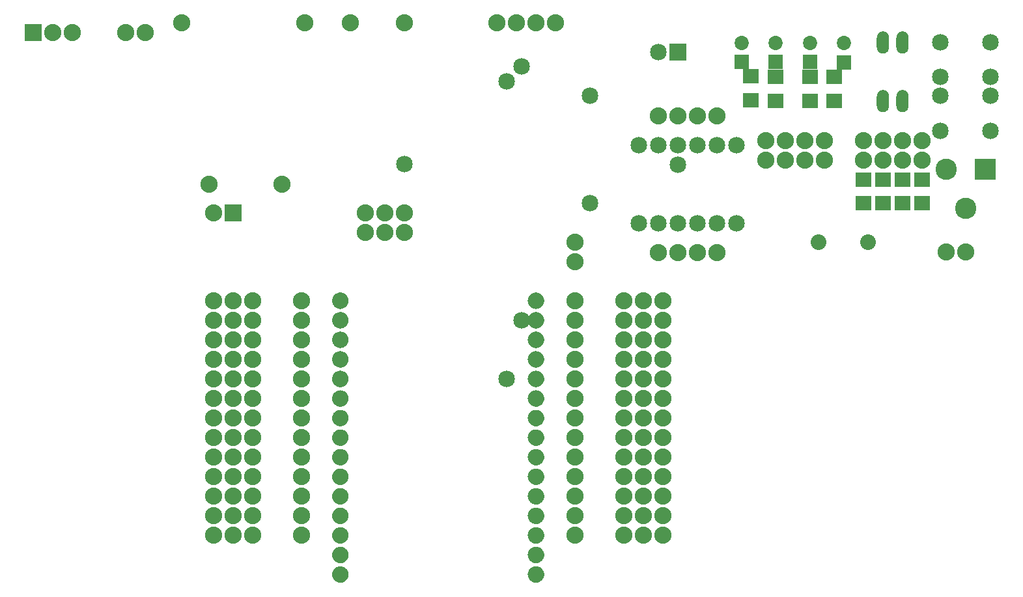
<source format=gbs>
G04 MADE WITH FRITZING*
G04 WWW.FRITZING.ORG*
G04 DOUBLE SIDED*
G04 HOLES PLATED*
G04 CONTOUR ON CENTER OF CONTOUR VECTOR*
%ASAXBY*%
%FSLAX23Y23*%
%MOIN*%
%OFA0B0*%
%SFA1.0B1.0*%
%ADD10C,0.088000*%
%ADD11C,0.085000*%
%ADD12C,0.109000*%
%ADD13C,0.072992*%
%ADD14C,0.084803*%
%ADD15C,0.080000*%
%ADD16C,0.062000*%
%ADD17R,0.088000X0.088000*%
%ADD18R,0.085000X0.085000*%
%ADD19R,0.109000X0.109000*%
%ADD20R,0.072992X0.072992*%
%ADD21R,0.084803X0.072992*%
%ADD22R,0.001000X0.001000*%
%LNMASK0*%
G90*
G70*
G54D10*
X1439Y2439D03*
X1067Y2439D03*
X1556Y3265D03*
X928Y3265D03*
X1791Y3265D03*
X2066Y3265D03*
X166Y3215D03*
X266Y3215D03*
X366Y3215D03*
X1191Y2290D03*
X1091Y2290D03*
X641Y3215D03*
X741Y3215D03*
G54D11*
X2066Y2540D03*
X3468Y2538D03*
G54D10*
X1866Y2290D03*
X1866Y2190D03*
X2941Y2140D03*
X2941Y2040D03*
X2066Y2290D03*
X2066Y2190D03*
X1966Y2290D03*
X1966Y2190D03*
X2541Y3265D03*
X2641Y3265D03*
X2741Y3265D03*
X2841Y3265D03*
G54D11*
X2591Y1440D03*
X2591Y2965D03*
X2666Y1740D03*
X2666Y3040D03*
X3016Y2340D03*
X3016Y2890D03*
G54D10*
X4841Y2090D03*
X4941Y2090D03*
G54D11*
X3466Y3115D03*
X3366Y3115D03*
G54D10*
X1291Y1840D03*
X1291Y1740D03*
X1291Y1640D03*
X1291Y1540D03*
X1291Y1440D03*
X1291Y1340D03*
X1291Y1240D03*
X1291Y1140D03*
X1291Y1040D03*
X1291Y940D03*
X1291Y840D03*
X1291Y740D03*
X1291Y640D03*
X1191Y1840D03*
X1191Y1740D03*
X1191Y1640D03*
X1191Y1540D03*
X1191Y1440D03*
X1191Y1340D03*
X1191Y1240D03*
X1191Y1140D03*
X1191Y1040D03*
X1191Y940D03*
X1191Y840D03*
X1191Y740D03*
X1191Y640D03*
X1091Y1840D03*
X1091Y1740D03*
X1091Y1640D03*
X1091Y1540D03*
X1091Y1440D03*
X1091Y1340D03*
X1091Y1240D03*
X1091Y1140D03*
X1091Y1040D03*
X1091Y940D03*
X1091Y840D03*
X1091Y740D03*
X1091Y640D03*
X1541Y1840D03*
X1541Y1740D03*
X1541Y1640D03*
X1541Y1540D03*
X1541Y1440D03*
X1541Y1340D03*
X1541Y1240D03*
X1541Y1140D03*
X1541Y1040D03*
X1541Y940D03*
X1541Y840D03*
X1541Y740D03*
X1541Y640D03*
X3291Y1840D03*
X3291Y1740D03*
X3291Y1640D03*
X3291Y1540D03*
X3291Y1440D03*
X3291Y1340D03*
X3291Y1240D03*
X3291Y1140D03*
X3291Y1040D03*
X3291Y940D03*
X3291Y840D03*
X3291Y740D03*
X3291Y640D03*
X3391Y1840D03*
X3391Y1740D03*
X3391Y1640D03*
X3391Y1540D03*
X3391Y1440D03*
X3391Y1340D03*
X3391Y1240D03*
X3391Y1140D03*
X3391Y1040D03*
X3391Y940D03*
X3391Y840D03*
X3391Y740D03*
X3391Y640D03*
X3191Y1840D03*
X3191Y1740D03*
X3191Y1640D03*
X3191Y1540D03*
X3191Y1440D03*
X3191Y1340D03*
X3191Y1240D03*
X3191Y1140D03*
X3191Y1040D03*
X3191Y940D03*
X3191Y840D03*
X3191Y740D03*
X3191Y640D03*
X2941Y1840D03*
X2941Y1740D03*
X2941Y1640D03*
X2941Y1540D03*
X2941Y1440D03*
X2941Y1340D03*
X2941Y1240D03*
X2941Y1140D03*
X2941Y1040D03*
X2941Y940D03*
X2941Y840D03*
X2941Y740D03*
X2941Y640D03*
G54D12*
X4841Y2515D03*
X5041Y2515D03*
X4941Y2315D03*
G54D13*
X3793Y3065D03*
X3793Y3163D03*
X3968Y3065D03*
X3968Y3163D03*
X4143Y3065D03*
X4143Y3163D03*
X4318Y3063D03*
X4318Y3162D03*
G54D11*
X5068Y2713D03*
X4812Y2713D03*
X5068Y2891D03*
X4812Y2891D03*
X5068Y2988D03*
X4812Y2988D03*
X5068Y3166D03*
X4812Y3166D03*
G54D14*
X3267Y2238D03*
X3768Y2238D03*
X3668Y2238D03*
X3568Y2238D03*
X3468Y2238D03*
X3368Y2238D03*
X3267Y2638D03*
X3768Y2638D03*
X3668Y2638D03*
X3568Y2638D03*
X3468Y2638D03*
X3368Y2638D03*
G54D15*
X4441Y2140D03*
X4186Y2140D03*
G54D10*
X3668Y2788D03*
X3568Y2788D03*
X3468Y2788D03*
X3368Y2788D03*
X3668Y2088D03*
X3568Y2088D03*
X3468Y2088D03*
X3368Y2088D03*
X3918Y2563D03*
X4018Y2563D03*
X4118Y2563D03*
X4218Y2563D03*
X3918Y2663D03*
X4018Y2663D03*
X4118Y2663D03*
X4218Y2663D03*
G54D16*
X4618Y3163D03*
X4518Y3163D03*
X4518Y2863D03*
X4618Y2863D03*
G54D10*
X4418Y2663D03*
X4518Y2663D03*
X4618Y2663D03*
X4718Y2663D03*
X4418Y2563D03*
X4518Y2563D03*
X4618Y2563D03*
X4718Y2563D03*
G54D17*
X166Y3215D03*
X1191Y2290D03*
G54D18*
X3466Y3115D03*
G54D19*
X5041Y2515D03*
G54D20*
X3793Y3065D03*
X3968Y3065D03*
X4143Y3065D03*
X4318Y3063D03*
G54D21*
X4718Y2463D03*
X4718Y2341D03*
X4618Y2463D03*
X4618Y2341D03*
X4418Y2463D03*
X4418Y2341D03*
X4518Y2463D03*
X4518Y2341D03*
X4268Y2988D03*
X4268Y2866D03*
X4143Y2988D03*
X4143Y2866D03*
X3968Y2988D03*
X3968Y2866D03*
X3841Y2990D03*
X3841Y2868D03*
G54D22*
X4512Y3220D02*
X4522Y3220D01*
X4612Y3220D02*
X4622Y3220D01*
X4508Y3219D02*
X4526Y3219D01*
X4608Y3219D02*
X4626Y3219D01*
X4505Y3218D02*
X4529Y3218D01*
X4605Y3218D02*
X4629Y3218D01*
X4503Y3217D02*
X4531Y3217D01*
X4603Y3217D02*
X4631Y3217D01*
X4502Y3216D02*
X4532Y3216D01*
X4602Y3216D02*
X4632Y3216D01*
X4500Y3215D02*
X4534Y3215D01*
X4600Y3215D02*
X4634Y3215D01*
X4499Y3214D02*
X4535Y3214D01*
X4599Y3214D02*
X4635Y3214D01*
X4497Y3213D02*
X4537Y3213D01*
X4597Y3213D02*
X4637Y3213D01*
X4496Y3212D02*
X4538Y3212D01*
X4596Y3212D02*
X4638Y3212D01*
X4495Y3211D02*
X4539Y3211D01*
X4595Y3211D02*
X4639Y3211D01*
X4494Y3210D02*
X4540Y3210D01*
X4594Y3210D02*
X4640Y3210D01*
X4493Y3209D02*
X4541Y3209D01*
X4593Y3209D02*
X4641Y3209D01*
X4493Y3208D02*
X4541Y3208D01*
X4593Y3208D02*
X4641Y3208D01*
X4492Y3207D02*
X4542Y3207D01*
X4592Y3207D02*
X4642Y3207D01*
X4491Y3206D02*
X4543Y3206D01*
X4591Y3206D02*
X4643Y3206D01*
X4491Y3205D02*
X4543Y3205D01*
X4591Y3205D02*
X4643Y3205D01*
X4490Y3204D02*
X4544Y3204D01*
X4590Y3204D02*
X4644Y3204D01*
X4490Y3203D02*
X4544Y3203D01*
X4590Y3203D02*
X4644Y3203D01*
X4489Y3202D02*
X4545Y3202D01*
X4589Y3202D02*
X4645Y3202D01*
X4489Y3201D02*
X4545Y3201D01*
X4589Y3201D02*
X4645Y3201D01*
X4488Y3200D02*
X4546Y3200D01*
X4588Y3200D02*
X4646Y3200D01*
X4488Y3199D02*
X4546Y3199D01*
X4588Y3199D02*
X4646Y3199D01*
X4488Y3198D02*
X4546Y3198D01*
X4588Y3198D02*
X4646Y3198D01*
X4487Y3197D02*
X4546Y3197D01*
X4587Y3197D02*
X4646Y3197D01*
X4487Y3196D02*
X4547Y3196D01*
X4587Y3196D02*
X4647Y3196D01*
X4487Y3195D02*
X4547Y3195D01*
X4587Y3195D02*
X4647Y3195D01*
X4487Y3194D02*
X4547Y3194D01*
X4587Y3194D02*
X4647Y3194D01*
X4487Y3193D02*
X4547Y3193D01*
X4587Y3193D02*
X4647Y3193D01*
X4487Y3192D02*
X4547Y3192D01*
X4587Y3192D02*
X4647Y3192D01*
X4487Y3191D02*
X4547Y3191D01*
X4587Y3191D02*
X4647Y3191D01*
X4487Y3190D02*
X4547Y3190D01*
X4587Y3190D02*
X4647Y3190D01*
X4486Y3189D02*
X4547Y3189D01*
X4586Y3189D02*
X4647Y3189D01*
X4486Y3188D02*
X4547Y3188D01*
X4586Y3188D02*
X4647Y3188D01*
X4486Y3187D02*
X4547Y3187D01*
X4586Y3187D02*
X4647Y3187D01*
X4486Y3186D02*
X4547Y3186D01*
X4586Y3186D02*
X4647Y3186D01*
X4486Y3185D02*
X4547Y3185D01*
X4586Y3185D02*
X4647Y3185D01*
X4486Y3184D02*
X4547Y3184D01*
X4586Y3184D02*
X4647Y3184D01*
X4486Y3183D02*
X4547Y3183D01*
X4586Y3183D02*
X4647Y3183D01*
X4486Y3182D02*
X4547Y3182D01*
X4586Y3182D02*
X4647Y3182D01*
X4486Y3181D02*
X4547Y3181D01*
X4586Y3181D02*
X4647Y3181D01*
X4486Y3180D02*
X4547Y3180D01*
X4586Y3180D02*
X4647Y3180D01*
X4486Y3179D02*
X4547Y3179D01*
X4586Y3179D02*
X4647Y3179D01*
X4486Y3178D02*
X4547Y3178D01*
X4586Y3178D02*
X4647Y3178D01*
X4486Y3177D02*
X4547Y3177D01*
X4586Y3177D02*
X4647Y3177D01*
X4486Y3176D02*
X4547Y3176D01*
X4586Y3176D02*
X4647Y3176D01*
X4486Y3175D02*
X4547Y3175D01*
X4586Y3175D02*
X4647Y3175D01*
X4486Y3174D02*
X4513Y3174D01*
X4521Y3174D02*
X4547Y3174D01*
X4586Y3174D02*
X4613Y3174D01*
X4621Y3174D02*
X4647Y3174D01*
X4486Y3173D02*
X4511Y3173D01*
X4523Y3173D02*
X4547Y3173D01*
X4586Y3173D02*
X4611Y3173D01*
X4623Y3173D02*
X4647Y3173D01*
X4486Y3172D02*
X4510Y3172D01*
X4524Y3172D02*
X4547Y3172D01*
X4586Y3172D02*
X4610Y3172D01*
X4624Y3172D02*
X4647Y3172D01*
X4486Y3171D02*
X4508Y3171D01*
X4526Y3171D02*
X4547Y3171D01*
X4586Y3171D02*
X4608Y3171D01*
X4626Y3171D02*
X4647Y3171D01*
X4486Y3170D02*
X4508Y3170D01*
X4526Y3170D02*
X4547Y3170D01*
X4586Y3170D02*
X4608Y3170D01*
X4626Y3170D02*
X4647Y3170D01*
X4486Y3169D02*
X4507Y3169D01*
X4527Y3169D02*
X4547Y3169D01*
X4586Y3169D02*
X4607Y3169D01*
X4627Y3169D02*
X4647Y3169D01*
X4486Y3168D02*
X4506Y3168D01*
X4528Y3168D02*
X4547Y3168D01*
X4586Y3168D02*
X4606Y3168D01*
X4628Y3168D02*
X4647Y3168D01*
X4486Y3167D02*
X4506Y3167D01*
X4528Y3167D02*
X4547Y3167D01*
X4586Y3167D02*
X4606Y3167D01*
X4628Y3167D02*
X4647Y3167D01*
X4486Y3166D02*
X4506Y3166D01*
X4528Y3166D02*
X4547Y3166D01*
X4586Y3166D02*
X4606Y3166D01*
X4628Y3166D02*
X4647Y3166D01*
X4486Y3165D02*
X4506Y3165D01*
X4528Y3165D02*
X4547Y3165D01*
X4586Y3165D02*
X4606Y3165D01*
X4628Y3165D02*
X4647Y3165D01*
X4486Y3164D02*
X4506Y3164D01*
X4528Y3164D02*
X4547Y3164D01*
X4586Y3164D02*
X4606Y3164D01*
X4628Y3164D02*
X4647Y3164D01*
X4486Y3163D02*
X4506Y3163D01*
X4528Y3163D02*
X4547Y3163D01*
X4586Y3163D02*
X4606Y3163D01*
X4628Y3163D02*
X4647Y3163D01*
X4486Y3162D02*
X4506Y3162D01*
X4528Y3162D02*
X4547Y3162D01*
X4586Y3162D02*
X4606Y3162D01*
X4628Y3162D02*
X4647Y3162D01*
X4486Y3161D02*
X4506Y3161D01*
X4528Y3161D02*
X4547Y3161D01*
X4586Y3161D02*
X4606Y3161D01*
X4628Y3161D02*
X4647Y3161D01*
X4486Y3160D02*
X4506Y3160D01*
X4528Y3160D02*
X4547Y3160D01*
X4586Y3160D02*
X4606Y3160D01*
X4628Y3160D02*
X4647Y3160D01*
X4486Y3159D02*
X4506Y3159D01*
X4528Y3159D02*
X4547Y3159D01*
X4586Y3159D02*
X4606Y3159D01*
X4628Y3159D02*
X4647Y3159D01*
X4486Y3158D02*
X4507Y3158D01*
X4527Y3158D02*
X4547Y3158D01*
X4586Y3158D02*
X4607Y3158D01*
X4627Y3158D02*
X4647Y3158D01*
X4486Y3157D02*
X4508Y3157D01*
X4526Y3157D02*
X4547Y3157D01*
X4586Y3157D02*
X4608Y3157D01*
X4626Y3157D02*
X4647Y3157D01*
X4486Y3156D02*
X4509Y3156D01*
X4525Y3156D02*
X4547Y3156D01*
X4586Y3156D02*
X4609Y3156D01*
X4625Y3156D02*
X4647Y3156D01*
X4486Y3155D02*
X4510Y3155D01*
X4524Y3155D02*
X4547Y3155D01*
X4586Y3155D02*
X4610Y3155D01*
X4624Y3155D02*
X4647Y3155D01*
X4486Y3154D02*
X4511Y3154D01*
X4523Y3154D02*
X4547Y3154D01*
X4586Y3154D02*
X4611Y3154D01*
X4623Y3154D02*
X4647Y3154D01*
X4486Y3153D02*
X4513Y3153D01*
X4521Y3153D02*
X4547Y3153D01*
X4586Y3153D02*
X4613Y3153D01*
X4621Y3153D02*
X4647Y3153D01*
X4486Y3152D02*
X4547Y3152D01*
X4586Y3152D02*
X4647Y3152D01*
X4486Y3151D02*
X4547Y3151D01*
X4586Y3151D02*
X4647Y3151D01*
X4486Y3150D02*
X4547Y3150D01*
X4586Y3150D02*
X4647Y3150D01*
X4486Y3149D02*
X4547Y3149D01*
X4586Y3149D02*
X4647Y3149D01*
X4486Y3148D02*
X4547Y3148D01*
X4586Y3148D02*
X4647Y3148D01*
X4486Y3147D02*
X4547Y3147D01*
X4586Y3147D02*
X4647Y3147D01*
X4486Y3146D02*
X4547Y3146D01*
X4586Y3146D02*
X4647Y3146D01*
X4486Y3145D02*
X4547Y3145D01*
X4586Y3145D02*
X4647Y3145D01*
X4486Y3144D02*
X4547Y3144D01*
X4586Y3144D02*
X4647Y3144D01*
X4486Y3143D02*
X4547Y3143D01*
X4586Y3143D02*
X4647Y3143D01*
X4486Y3142D02*
X4547Y3142D01*
X4586Y3142D02*
X4647Y3142D01*
X4486Y3141D02*
X4547Y3141D01*
X4586Y3141D02*
X4647Y3141D01*
X4486Y3140D02*
X4547Y3140D01*
X4586Y3140D02*
X4647Y3140D01*
X4486Y3139D02*
X4547Y3139D01*
X4586Y3139D02*
X4647Y3139D01*
X4486Y3138D02*
X4547Y3138D01*
X4586Y3138D02*
X4647Y3138D01*
X4487Y3137D02*
X4547Y3137D01*
X4587Y3137D02*
X4647Y3137D01*
X4487Y3136D02*
X4547Y3136D01*
X4587Y3136D02*
X4647Y3136D01*
X4487Y3135D02*
X4547Y3135D01*
X4587Y3135D02*
X4647Y3135D01*
X4487Y3134D02*
X4547Y3134D01*
X4587Y3134D02*
X4647Y3134D01*
X4487Y3133D02*
X4547Y3133D01*
X4587Y3133D02*
X4647Y3133D01*
X4487Y3132D02*
X4547Y3132D01*
X4587Y3132D02*
X4647Y3132D01*
X4487Y3131D02*
X4547Y3131D01*
X4587Y3131D02*
X4647Y3131D01*
X4488Y3130D02*
X4546Y3130D01*
X4588Y3130D02*
X4646Y3130D01*
X4488Y3129D02*
X4546Y3129D01*
X4588Y3129D02*
X4646Y3129D01*
X4488Y3128D02*
X4546Y3128D01*
X4588Y3128D02*
X4646Y3128D01*
X4488Y3127D02*
X4546Y3127D01*
X4588Y3127D02*
X4646Y3127D01*
X4489Y3126D02*
X4545Y3126D01*
X4589Y3126D02*
X4645Y3126D01*
X4489Y3125D02*
X4545Y3125D01*
X4589Y3125D02*
X4645Y3125D01*
X4490Y3124D02*
X4544Y3124D01*
X4590Y3124D02*
X4644Y3124D01*
X4490Y3123D02*
X4544Y3123D01*
X4590Y3123D02*
X4644Y3123D01*
X4491Y3122D02*
X4543Y3122D01*
X4591Y3122D02*
X4643Y3122D01*
X4491Y3121D02*
X4543Y3121D01*
X4591Y3121D02*
X4643Y3121D01*
X4492Y3120D02*
X4542Y3120D01*
X4592Y3120D02*
X4642Y3120D01*
X4493Y3119D02*
X4541Y3119D01*
X4593Y3119D02*
X4641Y3119D01*
X4493Y3118D02*
X4540Y3118D01*
X4593Y3118D02*
X4640Y3118D01*
X4494Y3117D02*
X4540Y3117D01*
X4594Y3117D02*
X4640Y3117D01*
X4495Y3116D02*
X4539Y3116D01*
X4595Y3116D02*
X4639Y3116D01*
X4496Y3115D02*
X4538Y3115D01*
X4596Y3115D02*
X4638Y3115D01*
X4497Y3114D02*
X4537Y3114D01*
X4597Y3114D02*
X4637Y3114D01*
X4499Y3113D02*
X4535Y3113D01*
X4599Y3113D02*
X4635Y3113D01*
X4500Y3112D02*
X4534Y3112D01*
X4600Y3112D02*
X4634Y3112D01*
X4502Y3111D02*
X4532Y3111D01*
X4602Y3111D02*
X4632Y3111D01*
X4504Y3110D02*
X4530Y3110D01*
X4604Y3110D02*
X4630Y3110D01*
X4506Y3109D02*
X4528Y3109D01*
X4606Y3109D02*
X4628Y3109D01*
X4508Y3108D02*
X4526Y3108D01*
X4608Y3108D02*
X4626Y3108D01*
X4513Y3107D02*
X4521Y3107D01*
X4613Y3107D02*
X4621Y3107D01*
X4512Y2920D02*
X4522Y2920D01*
X4612Y2920D02*
X4622Y2920D01*
X4508Y2919D02*
X4526Y2919D01*
X4608Y2919D02*
X4626Y2919D01*
X4505Y2918D02*
X4529Y2918D01*
X4605Y2918D02*
X4629Y2918D01*
X4503Y2917D02*
X4531Y2917D01*
X4603Y2917D02*
X4631Y2917D01*
X4501Y2916D02*
X4532Y2916D01*
X4601Y2916D02*
X4632Y2916D01*
X4500Y2915D02*
X4534Y2915D01*
X4600Y2915D02*
X4634Y2915D01*
X4498Y2914D02*
X4535Y2914D01*
X4598Y2914D02*
X4635Y2914D01*
X4497Y2913D02*
X4537Y2913D01*
X4597Y2913D02*
X4637Y2913D01*
X4496Y2912D02*
X4538Y2912D01*
X4596Y2912D02*
X4638Y2912D01*
X4495Y2911D02*
X4539Y2911D01*
X4595Y2911D02*
X4639Y2911D01*
X4494Y2910D02*
X4540Y2910D01*
X4594Y2910D02*
X4640Y2910D01*
X4493Y2909D02*
X4541Y2909D01*
X4593Y2909D02*
X4641Y2909D01*
X4493Y2908D02*
X4541Y2908D01*
X4593Y2908D02*
X4641Y2908D01*
X4492Y2907D02*
X4542Y2907D01*
X4592Y2907D02*
X4642Y2907D01*
X4491Y2906D02*
X4543Y2906D01*
X4591Y2906D02*
X4643Y2906D01*
X4491Y2905D02*
X4543Y2905D01*
X4591Y2905D02*
X4643Y2905D01*
X4490Y2904D02*
X4544Y2904D01*
X4590Y2904D02*
X4644Y2904D01*
X4490Y2903D02*
X4544Y2903D01*
X4590Y2903D02*
X4644Y2903D01*
X4489Y2902D02*
X4545Y2902D01*
X4589Y2902D02*
X4645Y2902D01*
X4489Y2901D02*
X4545Y2901D01*
X4589Y2901D02*
X4645Y2901D01*
X4488Y2900D02*
X4546Y2900D01*
X4588Y2900D02*
X4646Y2900D01*
X4488Y2899D02*
X4546Y2899D01*
X4588Y2899D02*
X4646Y2899D01*
X4488Y2898D02*
X4546Y2898D01*
X4588Y2898D02*
X4646Y2898D01*
X4487Y2897D02*
X4546Y2897D01*
X4587Y2897D02*
X4646Y2897D01*
X4487Y2896D02*
X4547Y2896D01*
X4587Y2896D02*
X4647Y2896D01*
X4487Y2895D02*
X4547Y2895D01*
X4587Y2895D02*
X4647Y2895D01*
X4487Y2894D02*
X4547Y2894D01*
X4587Y2894D02*
X4647Y2894D01*
X4487Y2893D02*
X4547Y2893D01*
X4587Y2893D02*
X4647Y2893D01*
X4487Y2892D02*
X4547Y2892D01*
X4587Y2892D02*
X4647Y2892D01*
X4487Y2891D02*
X4547Y2891D01*
X4587Y2891D02*
X4647Y2891D01*
X4487Y2890D02*
X4547Y2890D01*
X4587Y2890D02*
X4647Y2890D01*
X4486Y2889D02*
X4547Y2889D01*
X4586Y2889D02*
X4647Y2889D01*
X4486Y2888D02*
X4547Y2888D01*
X4586Y2888D02*
X4647Y2888D01*
X4486Y2887D02*
X4547Y2887D01*
X4586Y2887D02*
X4647Y2887D01*
X4486Y2886D02*
X4547Y2886D01*
X4586Y2886D02*
X4647Y2886D01*
X4486Y2885D02*
X4547Y2885D01*
X4586Y2885D02*
X4647Y2885D01*
X4486Y2884D02*
X4547Y2884D01*
X4586Y2884D02*
X4647Y2884D01*
X4486Y2883D02*
X4547Y2883D01*
X4586Y2883D02*
X4647Y2883D01*
X4486Y2882D02*
X4547Y2882D01*
X4586Y2882D02*
X4647Y2882D01*
X4486Y2881D02*
X4547Y2881D01*
X4586Y2881D02*
X4647Y2881D01*
X4486Y2880D02*
X4547Y2880D01*
X4586Y2880D02*
X4647Y2880D01*
X4486Y2879D02*
X4547Y2879D01*
X4586Y2879D02*
X4647Y2879D01*
X4486Y2878D02*
X4547Y2878D01*
X4586Y2878D02*
X4647Y2878D01*
X4486Y2877D02*
X4547Y2877D01*
X4586Y2877D02*
X4647Y2877D01*
X4486Y2876D02*
X4547Y2876D01*
X4586Y2876D02*
X4647Y2876D01*
X4486Y2875D02*
X4547Y2875D01*
X4586Y2875D02*
X4647Y2875D01*
X4486Y2874D02*
X4513Y2874D01*
X4521Y2874D02*
X4547Y2874D01*
X4586Y2874D02*
X4613Y2874D01*
X4621Y2874D02*
X4647Y2874D01*
X4486Y2873D02*
X4511Y2873D01*
X4523Y2873D02*
X4547Y2873D01*
X4586Y2873D02*
X4611Y2873D01*
X4623Y2873D02*
X4647Y2873D01*
X4486Y2872D02*
X4509Y2872D01*
X4525Y2872D02*
X4547Y2872D01*
X4586Y2872D02*
X4609Y2872D01*
X4625Y2872D02*
X4647Y2872D01*
X4486Y2871D02*
X4508Y2871D01*
X4526Y2871D02*
X4547Y2871D01*
X4586Y2871D02*
X4608Y2871D01*
X4626Y2871D02*
X4647Y2871D01*
X4486Y2870D02*
X4508Y2870D01*
X4526Y2870D02*
X4547Y2870D01*
X4586Y2870D02*
X4608Y2870D01*
X4626Y2870D02*
X4647Y2870D01*
X4486Y2869D02*
X4507Y2869D01*
X4527Y2869D02*
X4547Y2869D01*
X4586Y2869D02*
X4607Y2869D01*
X4627Y2869D02*
X4647Y2869D01*
X4486Y2868D02*
X4506Y2868D01*
X4528Y2868D02*
X4547Y2868D01*
X4586Y2868D02*
X4606Y2868D01*
X4628Y2868D02*
X4647Y2868D01*
X4486Y2867D02*
X4506Y2867D01*
X4528Y2867D02*
X4547Y2867D01*
X4586Y2867D02*
X4606Y2867D01*
X4628Y2867D02*
X4647Y2867D01*
X4486Y2866D02*
X4506Y2866D01*
X4528Y2866D02*
X4547Y2866D01*
X4586Y2866D02*
X4606Y2866D01*
X4628Y2866D02*
X4647Y2866D01*
X4486Y2865D02*
X4506Y2865D01*
X4528Y2865D02*
X4547Y2865D01*
X4586Y2865D02*
X4606Y2865D01*
X4628Y2865D02*
X4647Y2865D01*
X4486Y2864D02*
X4506Y2864D01*
X4528Y2864D02*
X4547Y2864D01*
X4586Y2864D02*
X4606Y2864D01*
X4628Y2864D02*
X4647Y2864D01*
X4486Y2863D02*
X4506Y2863D01*
X4528Y2863D02*
X4547Y2863D01*
X4586Y2863D02*
X4606Y2863D01*
X4628Y2863D02*
X4647Y2863D01*
X4486Y2862D02*
X4506Y2862D01*
X4528Y2862D02*
X4547Y2862D01*
X4586Y2862D02*
X4606Y2862D01*
X4628Y2862D02*
X4647Y2862D01*
X4486Y2861D02*
X4506Y2861D01*
X4528Y2861D02*
X4547Y2861D01*
X4586Y2861D02*
X4606Y2861D01*
X4628Y2861D02*
X4647Y2861D01*
X4486Y2860D02*
X4506Y2860D01*
X4528Y2860D02*
X4547Y2860D01*
X4586Y2860D02*
X4606Y2860D01*
X4628Y2860D02*
X4647Y2860D01*
X4486Y2859D02*
X4506Y2859D01*
X4528Y2859D02*
X4547Y2859D01*
X4586Y2859D02*
X4606Y2859D01*
X4628Y2859D02*
X4647Y2859D01*
X4486Y2858D02*
X4507Y2858D01*
X4527Y2858D02*
X4547Y2858D01*
X4586Y2858D02*
X4607Y2858D01*
X4627Y2858D02*
X4647Y2858D01*
X4486Y2857D02*
X4508Y2857D01*
X4526Y2857D02*
X4547Y2857D01*
X4586Y2857D02*
X4608Y2857D01*
X4626Y2857D02*
X4647Y2857D01*
X4486Y2856D02*
X4509Y2856D01*
X4525Y2856D02*
X4547Y2856D01*
X4586Y2856D02*
X4609Y2856D01*
X4625Y2856D02*
X4647Y2856D01*
X4486Y2855D02*
X4510Y2855D01*
X4524Y2855D02*
X4547Y2855D01*
X4586Y2855D02*
X4610Y2855D01*
X4624Y2855D02*
X4647Y2855D01*
X4486Y2854D02*
X4511Y2854D01*
X4523Y2854D02*
X4547Y2854D01*
X4586Y2854D02*
X4611Y2854D01*
X4623Y2854D02*
X4647Y2854D01*
X4486Y2853D02*
X4513Y2853D01*
X4521Y2853D02*
X4547Y2853D01*
X4586Y2853D02*
X4613Y2853D01*
X4621Y2853D02*
X4647Y2853D01*
X4486Y2852D02*
X4547Y2852D01*
X4586Y2852D02*
X4647Y2852D01*
X4486Y2851D02*
X4547Y2851D01*
X4586Y2851D02*
X4647Y2851D01*
X4486Y2850D02*
X4547Y2850D01*
X4586Y2850D02*
X4647Y2850D01*
X4486Y2849D02*
X4547Y2849D01*
X4586Y2849D02*
X4647Y2849D01*
X4486Y2848D02*
X4547Y2848D01*
X4586Y2848D02*
X4647Y2848D01*
X4486Y2847D02*
X4547Y2847D01*
X4586Y2847D02*
X4647Y2847D01*
X4486Y2846D02*
X4547Y2846D01*
X4586Y2846D02*
X4647Y2846D01*
X4486Y2845D02*
X4547Y2845D01*
X4586Y2845D02*
X4647Y2845D01*
X4486Y2844D02*
X4547Y2844D01*
X4586Y2844D02*
X4647Y2844D01*
X4486Y2843D02*
X4547Y2843D01*
X4586Y2843D02*
X4647Y2843D01*
X4486Y2842D02*
X4547Y2842D01*
X4586Y2842D02*
X4647Y2842D01*
X4486Y2841D02*
X4547Y2841D01*
X4586Y2841D02*
X4647Y2841D01*
X4486Y2840D02*
X4547Y2840D01*
X4586Y2840D02*
X4647Y2840D01*
X4486Y2839D02*
X4547Y2839D01*
X4586Y2839D02*
X4647Y2839D01*
X4486Y2838D02*
X4547Y2838D01*
X4586Y2838D02*
X4647Y2838D01*
X4487Y2837D02*
X4547Y2837D01*
X4587Y2837D02*
X4647Y2837D01*
X4487Y2836D02*
X4547Y2836D01*
X4587Y2836D02*
X4647Y2836D01*
X4487Y2835D02*
X4547Y2835D01*
X4587Y2835D02*
X4647Y2835D01*
X4487Y2834D02*
X4547Y2834D01*
X4587Y2834D02*
X4647Y2834D01*
X4487Y2833D02*
X4547Y2833D01*
X4587Y2833D02*
X4647Y2833D01*
X4487Y2832D02*
X4547Y2832D01*
X4587Y2832D02*
X4647Y2832D01*
X4487Y2831D02*
X4547Y2831D01*
X4587Y2831D02*
X4647Y2831D01*
X4488Y2830D02*
X4546Y2830D01*
X4588Y2830D02*
X4646Y2830D01*
X4488Y2829D02*
X4546Y2829D01*
X4588Y2829D02*
X4646Y2829D01*
X4488Y2828D02*
X4546Y2828D01*
X4588Y2828D02*
X4646Y2828D01*
X4488Y2827D02*
X4545Y2827D01*
X4588Y2827D02*
X4645Y2827D01*
X4489Y2826D02*
X4545Y2826D01*
X4589Y2826D02*
X4645Y2826D01*
X4489Y2825D02*
X4545Y2825D01*
X4589Y2825D02*
X4645Y2825D01*
X4490Y2824D02*
X4544Y2824D01*
X4590Y2824D02*
X4644Y2824D01*
X4490Y2823D02*
X4544Y2823D01*
X4590Y2823D02*
X4644Y2823D01*
X4491Y2822D02*
X4543Y2822D01*
X4591Y2822D02*
X4643Y2822D01*
X4491Y2821D02*
X4543Y2821D01*
X4591Y2821D02*
X4643Y2821D01*
X4492Y2820D02*
X4542Y2820D01*
X4592Y2820D02*
X4642Y2820D01*
X4493Y2819D02*
X4541Y2819D01*
X4593Y2819D02*
X4641Y2819D01*
X4494Y2818D02*
X4540Y2818D01*
X4594Y2818D02*
X4640Y2818D01*
X4494Y2817D02*
X4540Y2817D01*
X4594Y2817D02*
X4640Y2817D01*
X4495Y2816D02*
X4539Y2816D01*
X4595Y2816D02*
X4639Y2816D01*
X4496Y2815D02*
X4538Y2815D01*
X4596Y2815D02*
X4638Y2815D01*
X4497Y2814D02*
X4537Y2814D01*
X4597Y2814D02*
X4637Y2814D01*
X4499Y2813D02*
X4535Y2813D01*
X4599Y2813D02*
X4635Y2813D01*
X4500Y2812D02*
X4534Y2812D01*
X4600Y2812D02*
X4634Y2812D01*
X4502Y2811D02*
X4532Y2811D01*
X4602Y2811D02*
X4632Y2811D01*
X4504Y2810D02*
X4530Y2810D01*
X4604Y2810D02*
X4630Y2810D01*
X4506Y2809D02*
X4528Y2809D01*
X4606Y2809D02*
X4628Y2809D01*
X4509Y2808D02*
X4525Y2808D01*
X4609Y2808D02*
X4625Y2808D01*
X4513Y2807D02*
X4521Y2807D01*
X4613Y2807D02*
X4621Y2807D01*
X1732Y1883D02*
X1746Y1883D01*
X2734Y1883D02*
X2748Y1883D01*
X1728Y1882D02*
X1751Y1882D01*
X2730Y1882D02*
X2752Y1882D01*
X1725Y1881D02*
X1754Y1881D01*
X2726Y1881D02*
X2755Y1881D01*
X1723Y1880D02*
X1756Y1880D01*
X2724Y1880D02*
X2758Y1880D01*
X1721Y1879D02*
X1758Y1879D01*
X2722Y1879D02*
X2760Y1879D01*
X1719Y1878D02*
X1760Y1878D01*
X2720Y1878D02*
X2761Y1878D01*
X1717Y1877D02*
X1762Y1877D01*
X2719Y1877D02*
X2763Y1877D01*
X1716Y1876D02*
X1763Y1876D01*
X2717Y1876D02*
X2765Y1876D01*
X1714Y1875D02*
X1764Y1875D01*
X2716Y1875D02*
X2766Y1875D01*
X1713Y1874D02*
X1766Y1874D01*
X2714Y1874D02*
X2767Y1874D01*
X1712Y1873D02*
X1767Y1873D01*
X2713Y1873D02*
X2768Y1873D01*
X1711Y1872D02*
X1768Y1872D01*
X2712Y1872D02*
X2769Y1872D01*
X1710Y1871D02*
X1769Y1871D01*
X2711Y1871D02*
X2770Y1871D01*
X1709Y1870D02*
X1770Y1870D01*
X2710Y1870D02*
X2771Y1870D01*
X1708Y1869D02*
X1771Y1869D01*
X2709Y1869D02*
X2772Y1869D01*
X1707Y1868D02*
X1772Y1868D01*
X2709Y1868D02*
X2773Y1868D01*
X1706Y1867D02*
X1772Y1867D01*
X2708Y1867D02*
X2774Y1867D01*
X1706Y1866D02*
X1773Y1866D01*
X2707Y1866D02*
X2775Y1866D01*
X1705Y1865D02*
X1774Y1865D01*
X2706Y1865D02*
X2775Y1865D01*
X1704Y1864D02*
X1774Y1864D01*
X2706Y1864D02*
X2776Y1864D01*
X1704Y1863D02*
X1775Y1863D01*
X2705Y1863D02*
X2777Y1863D01*
X1703Y1862D02*
X1776Y1862D01*
X2705Y1862D02*
X2777Y1862D01*
X1703Y1861D02*
X1776Y1861D01*
X2704Y1861D02*
X2778Y1861D01*
X1702Y1860D02*
X1777Y1860D01*
X2704Y1860D02*
X2778Y1860D01*
X1702Y1859D02*
X1777Y1859D01*
X2703Y1859D02*
X2779Y1859D01*
X1701Y1858D02*
X1778Y1858D01*
X2703Y1858D02*
X2779Y1858D01*
X1701Y1857D02*
X1778Y1857D01*
X2702Y1857D02*
X2779Y1857D01*
X1700Y1856D02*
X1778Y1856D01*
X2702Y1856D02*
X2780Y1856D01*
X1700Y1855D02*
X1779Y1855D01*
X2702Y1855D02*
X2780Y1855D01*
X1700Y1854D02*
X1779Y1854D01*
X2701Y1854D02*
X2781Y1854D01*
X1700Y1853D02*
X1779Y1853D01*
X2701Y1853D02*
X2781Y1853D01*
X1699Y1852D02*
X1780Y1852D01*
X2701Y1852D02*
X2781Y1852D01*
X1699Y1851D02*
X1780Y1851D01*
X2700Y1851D02*
X2781Y1851D01*
X1699Y1850D02*
X1780Y1850D01*
X2700Y1850D02*
X2781Y1850D01*
X1699Y1849D02*
X1780Y1849D01*
X2700Y1849D02*
X2782Y1849D01*
X1698Y1848D02*
X1780Y1848D01*
X2700Y1848D02*
X2782Y1848D01*
X1698Y1847D02*
X1781Y1847D01*
X2700Y1847D02*
X2782Y1847D01*
X1698Y1846D02*
X1781Y1846D01*
X2700Y1846D02*
X2782Y1846D01*
X1698Y1845D02*
X1781Y1845D01*
X2699Y1845D02*
X2782Y1845D01*
X1698Y1844D02*
X1781Y1844D01*
X2699Y1844D02*
X2782Y1844D01*
X1698Y1843D02*
X1781Y1843D01*
X2699Y1843D02*
X2782Y1843D01*
X1698Y1842D02*
X1781Y1842D01*
X2699Y1842D02*
X2782Y1842D01*
X1698Y1841D02*
X1781Y1841D01*
X2699Y1841D02*
X2782Y1841D01*
X1698Y1840D02*
X1781Y1840D01*
X2699Y1840D02*
X2782Y1840D01*
X1698Y1839D02*
X1781Y1839D01*
X2699Y1839D02*
X2782Y1839D01*
X1698Y1838D02*
X1781Y1838D01*
X2700Y1838D02*
X2782Y1838D01*
X1698Y1837D02*
X1781Y1837D01*
X2700Y1837D02*
X2782Y1837D01*
X1698Y1836D02*
X1780Y1836D01*
X2700Y1836D02*
X2782Y1836D01*
X1699Y1835D02*
X1780Y1835D01*
X2700Y1835D02*
X2782Y1835D01*
X1699Y1834D02*
X1780Y1834D01*
X2700Y1834D02*
X2782Y1834D01*
X1699Y1833D02*
X1780Y1833D01*
X2700Y1833D02*
X2781Y1833D01*
X1699Y1832D02*
X1780Y1832D01*
X2701Y1832D02*
X2781Y1832D01*
X1699Y1831D02*
X1779Y1831D01*
X2701Y1831D02*
X2781Y1831D01*
X1700Y1830D02*
X1779Y1830D01*
X2701Y1830D02*
X2781Y1830D01*
X1700Y1829D02*
X1779Y1829D01*
X2701Y1829D02*
X2780Y1829D01*
X1700Y1828D02*
X1779Y1828D01*
X2702Y1828D02*
X2780Y1828D01*
X1701Y1827D02*
X1778Y1827D01*
X2702Y1827D02*
X2780Y1827D01*
X1701Y1826D02*
X1778Y1826D01*
X2702Y1826D02*
X2779Y1826D01*
X1701Y1825D02*
X1777Y1825D01*
X2703Y1825D02*
X2779Y1825D01*
X1702Y1824D02*
X1777Y1824D01*
X2703Y1824D02*
X2778Y1824D01*
X1702Y1823D02*
X1777Y1823D01*
X2704Y1823D02*
X2778Y1823D01*
X1703Y1822D02*
X1776Y1822D01*
X2704Y1822D02*
X2777Y1822D01*
X1703Y1821D02*
X1775Y1821D01*
X2705Y1821D02*
X2777Y1821D01*
X1704Y1820D02*
X1775Y1820D01*
X2705Y1820D02*
X2776Y1820D01*
X1705Y1819D02*
X1774Y1819D01*
X2706Y1819D02*
X2776Y1819D01*
X1705Y1818D02*
X1774Y1818D01*
X2707Y1818D02*
X2775Y1818D01*
X1706Y1817D02*
X1773Y1817D01*
X2707Y1817D02*
X2774Y1817D01*
X1707Y1816D02*
X1772Y1816D01*
X2708Y1816D02*
X2773Y1816D01*
X1708Y1815D02*
X1771Y1815D01*
X2709Y1815D02*
X2773Y1815D01*
X1708Y1814D02*
X1770Y1814D01*
X2710Y1814D02*
X2772Y1814D01*
X1709Y1813D02*
X1770Y1813D01*
X2711Y1813D02*
X2771Y1813D01*
X1710Y1812D02*
X1769Y1812D01*
X2712Y1812D02*
X2770Y1812D01*
X1711Y1811D02*
X1768Y1811D01*
X2713Y1811D02*
X2769Y1811D01*
X1712Y1810D02*
X1766Y1810D01*
X2714Y1810D02*
X2768Y1810D01*
X1714Y1809D02*
X1765Y1809D01*
X2715Y1809D02*
X2767Y1809D01*
X1715Y1808D02*
X1764Y1808D01*
X2716Y1808D02*
X2765Y1808D01*
X1716Y1807D02*
X1763Y1807D01*
X2718Y1807D02*
X2764Y1807D01*
X1718Y1806D02*
X1761Y1806D01*
X2719Y1806D02*
X2762Y1806D01*
X1720Y1805D02*
X1759Y1805D01*
X2721Y1805D02*
X2761Y1805D01*
X1722Y1804D02*
X1757Y1804D01*
X2723Y1804D02*
X2759Y1804D01*
X1724Y1803D02*
X1755Y1803D01*
X2725Y1803D02*
X2757Y1803D01*
X1726Y1802D02*
X1753Y1802D01*
X2728Y1802D02*
X2754Y1802D01*
X1730Y1801D02*
X1749Y1801D01*
X2731Y1801D02*
X2750Y1801D01*
X1735Y1800D02*
X1744Y1800D01*
X2737Y1800D02*
X2745Y1800D01*
X1733Y1783D02*
X1746Y1783D01*
X2735Y1783D02*
X2747Y1783D01*
X1729Y1782D02*
X1750Y1782D01*
X2730Y1782D02*
X2752Y1782D01*
X1725Y1781D02*
X1753Y1781D01*
X2727Y1781D02*
X2755Y1781D01*
X1723Y1780D02*
X1756Y1780D01*
X2724Y1780D02*
X2757Y1780D01*
X1721Y1779D02*
X1758Y1779D01*
X2722Y1779D02*
X2759Y1779D01*
X1719Y1778D02*
X1760Y1778D01*
X2720Y1778D02*
X2761Y1778D01*
X1717Y1777D02*
X1761Y1777D01*
X2719Y1777D02*
X2763Y1777D01*
X1716Y1776D02*
X1763Y1776D01*
X2717Y1776D02*
X2764Y1776D01*
X1715Y1775D02*
X1764Y1775D01*
X2716Y1775D02*
X2766Y1775D01*
X1713Y1774D02*
X1766Y1774D01*
X2715Y1774D02*
X2767Y1774D01*
X1712Y1773D02*
X1767Y1773D01*
X2713Y1773D02*
X2768Y1773D01*
X1711Y1772D02*
X1768Y1772D01*
X2712Y1772D02*
X2769Y1772D01*
X1710Y1771D02*
X1769Y1771D01*
X2711Y1771D02*
X2770Y1771D01*
X1709Y1770D02*
X1770Y1770D01*
X2710Y1770D02*
X2771Y1770D01*
X1708Y1769D02*
X1771Y1769D01*
X2710Y1769D02*
X2772Y1769D01*
X1707Y1768D02*
X1772Y1768D01*
X2709Y1768D02*
X2773Y1768D01*
X1707Y1767D02*
X1772Y1767D01*
X2708Y1767D02*
X2774Y1767D01*
X1706Y1766D02*
X1773Y1766D01*
X2707Y1766D02*
X2774Y1766D01*
X1705Y1765D02*
X1774Y1765D01*
X2707Y1765D02*
X2775Y1765D01*
X1704Y1764D02*
X1774Y1764D01*
X2706Y1764D02*
X2776Y1764D01*
X1704Y1763D02*
X1775Y1763D01*
X2705Y1763D02*
X2776Y1763D01*
X1703Y1762D02*
X1776Y1762D01*
X2705Y1762D02*
X2777Y1762D01*
X1703Y1761D02*
X1776Y1761D01*
X2704Y1761D02*
X2778Y1761D01*
X1702Y1760D02*
X1777Y1760D01*
X2704Y1760D02*
X2778Y1760D01*
X1702Y1759D02*
X1777Y1759D01*
X2703Y1759D02*
X2779Y1759D01*
X1701Y1758D02*
X1778Y1758D01*
X2703Y1758D02*
X2779Y1758D01*
X1701Y1757D02*
X1778Y1757D01*
X2702Y1757D02*
X2779Y1757D01*
X1700Y1756D02*
X1778Y1756D01*
X2702Y1756D02*
X2780Y1756D01*
X1700Y1755D02*
X1779Y1755D01*
X2702Y1755D02*
X2780Y1755D01*
X1700Y1754D02*
X1779Y1754D01*
X2701Y1754D02*
X2780Y1754D01*
X1700Y1753D02*
X1779Y1753D01*
X2701Y1753D02*
X2781Y1753D01*
X1699Y1752D02*
X1780Y1752D01*
X2701Y1752D02*
X2781Y1752D01*
X1699Y1751D02*
X1780Y1751D01*
X2700Y1751D02*
X2781Y1751D01*
X1699Y1750D02*
X1780Y1750D01*
X2700Y1750D02*
X2781Y1750D01*
X1699Y1749D02*
X1780Y1749D01*
X2700Y1749D02*
X2782Y1749D01*
X1698Y1748D02*
X1780Y1748D01*
X2700Y1748D02*
X2782Y1748D01*
X1698Y1747D02*
X1781Y1747D01*
X2700Y1747D02*
X2782Y1747D01*
X1698Y1746D02*
X1781Y1746D01*
X2700Y1746D02*
X2782Y1746D01*
X1698Y1745D02*
X1781Y1745D01*
X2699Y1745D02*
X2782Y1745D01*
X1698Y1744D02*
X1781Y1744D01*
X2699Y1744D02*
X2782Y1744D01*
X1698Y1743D02*
X1781Y1743D01*
X2699Y1743D02*
X2782Y1743D01*
X1698Y1742D02*
X1781Y1742D01*
X2699Y1742D02*
X2782Y1742D01*
X1698Y1741D02*
X1781Y1741D01*
X2699Y1741D02*
X2782Y1741D01*
X1698Y1740D02*
X1781Y1740D01*
X2699Y1740D02*
X2782Y1740D01*
X1698Y1739D02*
X1781Y1739D01*
X2699Y1739D02*
X2782Y1739D01*
X1698Y1738D02*
X1781Y1738D01*
X2700Y1738D02*
X2782Y1738D01*
X1698Y1737D02*
X1781Y1737D01*
X2700Y1737D02*
X2782Y1737D01*
X1698Y1736D02*
X1781Y1736D01*
X2700Y1736D02*
X2782Y1736D01*
X1699Y1735D02*
X1780Y1735D01*
X2700Y1735D02*
X2782Y1735D01*
X1699Y1734D02*
X1780Y1734D01*
X2700Y1734D02*
X2782Y1734D01*
X1699Y1733D02*
X1780Y1733D01*
X2700Y1733D02*
X2781Y1733D01*
X1699Y1732D02*
X1780Y1732D01*
X2701Y1732D02*
X2781Y1732D01*
X1699Y1731D02*
X1780Y1731D01*
X2701Y1731D02*
X2781Y1731D01*
X1700Y1730D02*
X1779Y1730D01*
X2701Y1730D02*
X2781Y1730D01*
X1700Y1729D02*
X1779Y1729D01*
X2701Y1729D02*
X2780Y1729D01*
X1700Y1728D02*
X1779Y1728D01*
X2702Y1728D02*
X2780Y1728D01*
X1701Y1727D02*
X1778Y1727D01*
X2702Y1727D02*
X2780Y1727D01*
X1701Y1726D02*
X1778Y1726D01*
X2702Y1726D02*
X2779Y1726D01*
X1701Y1725D02*
X1778Y1725D01*
X2703Y1725D02*
X2779Y1725D01*
X1702Y1724D02*
X1777Y1724D01*
X2703Y1724D02*
X2778Y1724D01*
X1702Y1723D02*
X1777Y1723D01*
X2704Y1723D02*
X2778Y1723D01*
X1703Y1722D02*
X1776Y1722D01*
X2704Y1722D02*
X2777Y1722D01*
X1703Y1721D02*
X1776Y1721D01*
X2705Y1721D02*
X2777Y1721D01*
X1704Y1720D02*
X1775Y1720D01*
X2705Y1720D02*
X2776Y1720D01*
X1705Y1719D02*
X1774Y1719D01*
X2706Y1719D02*
X2776Y1719D01*
X1705Y1718D02*
X1774Y1718D01*
X2707Y1718D02*
X2775Y1718D01*
X1706Y1717D02*
X1773Y1717D01*
X2707Y1717D02*
X2774Y1717D01*
X1707Y1716D02*
X1772Y1716D01*
X2708Y1716D02*
X2774Y1716D01*
X1707Y1715D02*
X1771Y1715D01*
X2709Y1715D02*
X2773Y1715D01*
X1708Y1714D02*
X1771Y1714D01*
X2710Y1714D02*
X2772Y1714D01*
X1709Y1713D02*
X1770Y1713D01*
X2711Y1713D02*
X2771Y1713D01*
X1710Y1712D02*
X1769Y1712D01*
X2712Y1712D02*
X2770Y1712D01*
X1711Y1711D02*
X1768Y1711D01*
X2713Y1711D02*
X2769Y1711D01*
X1712Y1710D02*
X1767Y1710D01*
X2714Y1710D02*
X2768Y1710D01*
X1713Y1709D02*
X1765Y1709D01*
X2715Y1709D02*
X2767Y1709D01*
X1715Y1708D02*
X1764Y1708D01*
X2716Y1708D02*
X2765Y1708D01*
X1716Y1707D02*
X1763Y1707D01*
X2718Y1707D02*
X2764Y1707D01*
X1718Y1706D02*
X1761Y1706D01*
X2719Y1706D02*
X2763Y1706D01*
X1719Y1705D02*
X1759Y1705D01*
X2721Y1705D02*
X2761Y1705D01*
X1721Y1704D02*
X1758Y1704D01*
X2723Y1704D02*
X2759Y1704D01*
X1723Y1703D02*
X1756Y1703D01*
X2725Y1703D02*
X2757Y1703D01*
X1726Y1702D02*
X1753Y1702D01*
X2727Y1702D02*
X2754Y1702D01*
X1729Y1701D02*
X1749Y1701D01*
X2731Y1701D02*
X2751Y1701D01*
X1734Y1700D02*
X1744Y1700D01*
X2736Y1700D02*
X2746Y1700D01*
X1734Y1683D02*
X1745Y1683D01*
X2735Y1683D02*
X2746Y1683D01*
X1729Y1682D02*
X1750Y1682D01*
X2731Y1682D02*
X2751Y1682D01*
X1726Y1681D02*
X1753Y1681D01*
X2727Y1681D02*
X2754Y1681D01*
X1723Y1680D02*
X1756Y1680D01*
X2725Y1680D02*
X2757Y1680D01*
X1721Y1679D02*
X1758Y1679D01*
X2723Y1679D02*
X2759Y1679D01*
X1719Y1678D02*
X1760Y1678D01*
X2721Y1678D02*
X2761Y1678D01*
X1718Y1677D02*
X1761Y1677D01*
X2719Y1677D02*
X2763Y1677D01*
X1716Y1676D02*
X1763Y1676D01*
X2717Y1676D02*
X2764Y1676D01*
X1715Y1675D02*
X1764Y1675D01*
X2716Y1675D02*
X2766Y1675D01*
X1713Y1674D02*
X1765Y1674D01*
X2715Y1674D02*
X2767Y1674D01*
X1712Y1673D02*
X1767Y1673D01*
X2714Y1673D02*
X2768Y1673D01*
X1711Y1672D02*
X1768Y1672D01*
X2712Y1672D02*
X2769Y1672D01*
X1710Y1671D02*
X1769Y1671D01*
X2711Y1671D02*
X2770Y1671D01*
X1709Y1670D02*
X1770Y1670D01*
X2711Y1670D02*
X2771Y1670D01*
X1708Y1669D02*
X1771Y1669D01*
X2710Y1669D02*
X2772Y1669D01*
X1707Y1668D02*
X1771Y1668D01*
X2709Y1668D02*
X2773Y1668D01*
X1707Y1667D02*
X1772Y1667D01*
X2708Y1667D02*
X2774Y1667D01*
X1706Y1666D02*
X1773Y1666D01*
X2707Y1666D02*
X2774Y1666D01*
X1705Y1665D02*
X1774Y1665D01*
X2707Y1665D02*
X2775Y1665D01*
X1705Y1664D02*
X1774Y1664D01*
X2706Y1664D02*
X2776Y1664D01*
X1704Y1663D02*
X1775Y1663D01*
X2705Y1663D02*
X2776Y1663D01*
X1703Y1662D02*
X1776Y1662D01*
X2705Y1662D02*
X2777Y1662D01*
X1703Y1661D02*
X1776Y1661D01*
X2704Y1661D02*
X2778Y1661D01*
X1702Y1660D02*
X1777Y1660D01*
X2704Y1660D02*
X2778Y1660D01*
X1702Y1659D02*
X1777Y1659D01*
X2703Y1659D02*
X2779Y1659D01*
X1701Y1658D02*
X1778Y1658D01*
X2703Y1658D02*
X2779Y1658D01*
X1701Y1657D02*
X1778Y1657D01*
X2702Y1657D02*
X2779Y1657D01*
X1701Y1656D02*
X1778Y1656D01*
X2702Y1656D02*
X2780Y1656D01*
X1700Y1655D02*
X1779Y1655D01*
X2702Y1655D02*
X2780Y1655D01*
X1700Y1654D02*
X1779Y1654D01*
X2701Y1654D02*
X2780Y1654D01*
X1700Y1653D02*
X1779Y1653D01*
X2701Y1653D02*
X2781Y1653D01*
X1699Y1652D02*
X1780Y1652D01*
X2701Y1652D02*
X2781Y1652D01*
X1699Y1651D02*
X1780Y1651D01*
X2700Y1651D02*
X2781Y1651D01*
X1699Y1650D02*
X1780Y1650D01*
X2700Y1650D02*
X2781Y1650D01*
X1699Y1649D02*
X1780Y1649D01*
X2700Y1649D02*
X2782Y1649D01*
X1698Y1648D02*
X1780Y1648D01*
X2700Y1648D02*
X2782Y1648D01*
X1698Y1647D02*
X1781Y1647D01*
X2700Y1647D02*
X2782Y1647D01*
X1698Y1646D02*
X1781Y1646D01*
X2700Y1646D02*
X2782Y1646D01*
X1698Y1645D02*
X1781Y1645D01*
X2700Y1645D02*
X2782Y1645D01*
X1698Y1644D02*
X1781Y1644D01*
X2699Y1644D02*
X2782Y1644D01*
X1698Y1643D02*
X1781Y1643D01*
X2699Y1643D02*
X2782Y1643D01*
X1698Y1642D02*
X1781Y1642D01*
X2699Y1642D02*
X2782Y1642D01*
X1698Y1641D02*
X1781Y1641D01*
X2699Y1641D02*
X2782Y1641D01*
X1698Y1640D02*
X1781Y1640D01*
X2699Y1640D02*
X2782Y1640D01*
X1698Y1639D02*
X1781Y1639D01*
X2699Y1639D02*
X2782Y1639D01*
X1698Y1638D02*
X1781Y1638D01*
X2699Y1638D02*
X2782Y1638D01*
X1698Y1637D02*
X1781Y1637D01*
X2700Y1637D02*
X2782Y1637D01*
X1698Y1636D02*
X1781Y1636D01*
X2700Y1636D02*
X2782Y1636D01*
X1698Y1635D02*
X1780Y1635D01*
X2700Y1635D02*
X2782Y1635D01*
X1699Y1634D02*
X1780Y1634D01*
X2700Y1634D02*
X2782Y1634D01*
X1699Y1633D02*
X1780Y1633D01*
X2700Y1633D02*
X2781Y1633D01*
X1699Y1632D02*
X1780Y1632D01*
X2700Y1632D02*
X2781Y1632D01*
X1699Y1631D02*
X1780Y1631D01*
X2701Y1631D02*
X2781Y1631D01*
X1700Y1630D02*
X1779Y1630D01*
X2701Y1630D02*
X2781Y1630D01*
X1700Y1629D02*
X1779Y1629D01*
X2701Y1629D02*
X2780Y1629D01*
X1700Y1628D02*
X1779Y1628D01*
X2702Y1628D02*
X2780Y1628D01*
X1701Y1627D02*
X1778Y1627D01*
X2702Y1627D02*
X2780Y1627D01*
X1701Y1626D02*
X1778Y1626D01*
X2702Y1626D02*
X2779Y1626D01*
X1701Y1625D02*
X1778Y1625D01*
X2703Y1625D02*
X2779Y1625D01*
X1702Y1624D02*
X1777Y1624D01*
X2703Y1624D02*
X2779Y1624D01*
X1702Y1623D02*
X1777Y1623D01*
X2704Y1623D02*
X2778Y1623D01*
X1703Y1622D02*
X1776Y1622D01*
X2704Y1622D02*
X2778Y1622D01*
X1703Y1621D02*
X1776Y1621D01*
X2705Y1621D02*
X2777Y1621D01*
X1704Y1620D02*
X1775Y1620D01*
X2705Y1620D02*
X2776Y1620D01*
X1704Y1619D02*
X1774Y1619D01*
X2706Y1619D02*
X2776Y1619D01*
X1705Y1618D02*
X1774Y1618D01*
X2707Y1618D02*
X2775Y1618D01*
X1706Y1617D02*
X1773Y1617D01*
X2707Y1617D02*
X2774Y1617D01*
X1707Y1616D02*
X1772Y1616D01*
X2708Y1616D02*
X2774Y1616D01*
X1707Y1615D02*
X1772Y1615D01*
X2709Y1615D02*
X2773Y1615D01*
X1708Y1614D02*
X1771Y1614D01*
X2710Y1614D02*
X2772Y1614D01*
X1709Y1613D02*
X1770Y1613D01*
X2710Y1613D02*
X2771Y1613D01*
X1710Y1612D02*
X1769Y1612D01*
X2711Y1612D02*
X2770Y1612D01*
X1711Y1611D02*
X1768Y1611D01*
X2712Y1611D02*
X2769Y1611D01*
X1712Y1610D02*
X1767Y1610D01*
X2714Y1610D02*
X2768Y1610D01*
X1713Y1609D02*
X1766Y1609D01*
X2715Y1609D02*
X2767Y1609D01*
X1715Y1608D02*
X1764Y1608D01*
X2716Y1608D02*
X2766Y1608D01*
X1716Y1607D02*
X1763Y1607D01*
X2717Y1607D02*
X2764Y1607D01*
X1718Y1606D02*
X1761Y1606D01*
X2719Y1606D02*
X2763Y1606D01*
X1719Y1605D02*
X1760Y1605D01*
X2721Y1605D02*
X2761Y1605D01*
X1721Y1604D02*
X1758Y1604D01*
X2722Y1604D02*
X2759Y1604D01*
X1723Y1603D02*
X1756Y1603D01*
X2724Y1603D02*
X2757Y1603D01*
X1726Y1602D02*
X1753Y1602D01*
X2727Y1602D02*
X2755Y1602D01*
X1729Y1601D02*
X1750Y1601D01*
X2730Y1601D02*
X2751Y1601D01*
X1734Y1600D02*
X1745Y1600D01*
X2735Y1600D02*
X2747Y1600D01*
X1735Y1583D02*
X1744Y1583D01*
X2736Y1583D02*
X2745Y1583D01*
X1730Y1582D02*
X1749Y1582D01*
X2731Y1582D02*
X2751Y1582D01*
X1726Y1581D02*
X1753Y1581D01*
X2728Y1581D02*
X2754Y1581D01*
X1723Y1580D02*
X1755Y1580D01*
X2725Y1580D02*
X2757Y1580D01*
X1721Y1579D02*
X1757Y1579D01*
X2723Y1579D02*
X2759Y1579D01*
X1719Y1578D02*
X1759Y1578D01*
X2721Y1578D02*
X2761Y1578D01*
X1718Y1577D02*
X1761Y1577D01*
X2719Y1577D02*
X2762Y1577D01*
X1716Y1576D02*
X1763Y1576D01*
X2718Y1576D02*
X2764Y1576D01*
X1715Y1575D02*
X1764Y1575D01*
X2716Y1575D02*
X2765Y1575D01*
X1714Y1574D02*
X1765Y1574D01*
X2715Y1574D02*
X2767Y1574D01*
X1712Y1573D02*
X1766Y1573D01*
X2714Y1573D02*
X2768Y1573D01*
X1711Y1572D02*
X1768Y1572D01*
X2713Y1572D02*
X2769Y1572D01*
X1710Y1571D02*
X1769Y1571D01*
X2712Y1571D02*
X2770Y1571D01*
X1709Y1570D02*
X1770Y1570D01*
X2711Y1570D02*
X2771Y1570D01*
X1708Y1569D02*
X1771Y1569D01*
X2710Y1569D02*
X2772Y1569D01*
X1707Y1568D02*
X1771Y1568D01*
X2709Y1568D02*
X2773Y1568D01*
X1707Y1567D02*
X1772Y1567D01*
X2708Y1567D02*
X2774Y1567D01*
X1706Y1566D02*
X1773Y1566D01*
X2707Y1566D02*
X2774Y1566D01*
X1705Y1565D02*
X1774Y1565D01*
X2707Y1565D02*
X2775Y1565D01*
X1705Y1564D02*
X1774Y1564D01*
X2706Y1564D02*
X2776Y1564D01*
X1704Y1563D02*
X1775Y1563D01*
X2705Y1563D02*
X2776Y1563D01*
X1703Y1562D02*
X1775Y1562D01*
X2705Y1562D02*
X2777Y1562D01*
X1703Y1561D02*
X1776Y1561D01*
X2704Y1561D02*
X2777Y1561D01*
X1702Y1560D02*
X1777Y1560D01*
X2704Y1560D02*
X2778Y1560D01*
X1702Y1559D02*
X1777Y1559D01*
X2703Y1559D02*
X2778Y1559D01*
X1701Y1558D02*
X1778Y1558D01*
X2703Y1558D02*
X2779Y1558D01*
X1701Y1557D02*
X1778Y1557D01*
X2702Y1557D02*
X2779Y1557D01*
X1701Y1556D02*
X1778Y1556D01*
X2702Y1556D02*
X2780Y1556D01*
X1700Y1555D02*
X1779Y1555D01*
X2702Y1555D02*
X2780Y1555D01*
X1700Y1554D02*
X1779Y1554D01*
X2701Y1554D02*
X2780Y1554D01*
X1700Y1553D02*
X1779Y1553D01*
X2701Y1553D02*
X2781Y1553D01*
X1699Y1552D02*
X1779Y1552D01*
X2701Y1552D02*
X2781Y1552D01*
X1699Y1551D02*
X1780Y1551D01*
X2701Y1551D02*
X2781Y1551D01*
X1699Y1550D02*
X1780Y1550D01*
X2700Y1550D02*
X2781Y1550D01*
X1699Y1549D02*
X1780Y1549D01*
X2700Y1549D02*
X2782Y1549D01*
X1699Y1548D02*
X1780Y1548D01*
X2700Y1548D02*
X2782Y1548D01*
X1698Y1547D02*
X1780Y1547D01*
X2700Y1547D02*
X2782Y1547D01*
X1698Y1546D02*
X1781Y1546D01*
X2700Y1546D02*
X2782Y1546D01*
X1698Y1545D02*
X1781Y1545D01*
X2700Y1545D02*
X2782Y1545D01*
X1698Y1544D02*
X1781Y1544D01*
X2699Y1544D02*
X2782Y1544D01*
X1698Y1543D02*
X1781Y1543D01*
X2699Y1543D02*
X2782Y1543D01*
X1698Y1542D02*
X1781Y1542D01*
X2699Y1542D02*
X2782Y1542D01*
X1698Y1541D02*
X1781Y1541D01*
X2699Y1541D02*
X2782Y1541D01*
X1698Y1540D02*
X1781Y1540D01*
X2699Y1540D02*
X2782Y1540D01*
X1698Y1539D02*
X1781Y1539D01*
X2699Y1539D02*
X2782Y1539D01*
X1698Y1538D02*
X1781Y1538D01*
X2699Y1538D02*
X2782Y1538D01*
X1698Y1537D02*
X1781Y1537D01*
X2700Y1537D02*
X2782Y1537D01*
X1698Y1536D02*
X1781Y1536D01*
X2700Y1536D02*
X2782Y1536D01*
X1698Y1535D02*
X1780Y1535D01*
X2700Y1535D02*
X2782Y1535D01*
X1699Y1534D02*
X1780Y1534D01*
X2700Y1534D02*
X2782Y1534D01*
X1699Y1533D02*
X1780Y1533D01*
X2700Y1533D02*
X2781Y1533D01*
X1699Y1532D02*
X1780Y1532D01*
X2700Y1532D02*
X2781Y1532D01*
X1699Y1531D02*
X1780Y1531D01*
X2701Y1531D02*
X2781Y1531D01*
X1700Y1530D02*
X1779Y1530D01*
X2701Y1530D02*
X2781Y1530D01*
X1700Y1529D02*
X1779Y1529D01*
X2701Y1529D02*
X2780Y1529D01*
X1700Y1528D02*
X1779Y1528D01*
X2702Y1528D02*
X2780Y1528D01*
X1700Y1527D02*
X1778Y1527D01*
X2702Y1527D02*
X2780Y1527D01*
X1701Y1526D02*
X1778Y1526D01*
X2702Y1526D02*
X2779Y1526D01*
X1701Y1525D02*
X1778Y1525D01*
X2703Y1525D02*
X2779Y1525D01*
X1702Y1524D02*
X1777Y1524D01*
X2703Y1524D02*
X2779Y1524D01*
X1702Y1523D02*
X1777Y1523D01*
X2704Y1523D02*
X2778Y1523D01*
X1703Y1522D02*
X1776Y1522D01*
X2704Y1522D02*
X2778Y1522D01*
X1703Y1521D02*
X1776Y1521D01*
X2705Y1521D02*
X2777Y1521D01*
X1704Y1520D02*
X1775Y1520D01*
X2705Y1520D02*
X2776Y1520D01*
X1704Y1519D02*
X1774Y1519D01*
X2706Y1519D02*
X2776Y1519D01*
X1705Y1518D02*
X1774Y1518D01*
X2706Y1518D02*
X2775Y1518D01*
X1706Y1517D02*
X1773Y1517D01*
X2707Y1517D02*
X2775Y1517D01*
X1706Y1516D02*
X1772Y1516D01*
X2708Y1516D02*
X2774Y1516D01*
X1707Y1515D02*
X1772Y1515D01*
X2709Y1515D02*
X2773Y1515D01*
X1708Y1514D02*
X1771Y1514D01*
X2709Y1514D02*
X2772Y1514D01*
X1709Y1513D02*
X1770Y1513D01*
X2710Y1513D02*
X2771Y1513D01*
X1710Y1512D02*
X1769Y1512D01*
X2711Y1512D02*
X2770Y1512D01*
X1711Y1511D02*
X1768Y1511D01*
X2712Y1511D02*
X2769Y1511D01*
X1712Y1510D02*
X1767Y1510D01*
X2713Y1510D02*
X2768Y1510D01*
X1713Y1509D02*
X1766Y1509D01*
X2715Y1509D02*
X2767Y1509D01*
X1714Y1508D02*
X1764Y1508D01*
X2716Y1508D02*
X2766Y1508D01*
X1716Y1507D02*
X1763Y1507D01*
X2717Y1507D02*
X2764Y1507D01*
X1717Y1506D02*
X1762Y1506D01*
X2719Y1506D02*
X2763Y1506D01*
X1719Y1505D02*
X1760Y1505D01*
X2720Y1505D02*
X2761Y1505D01*
X1721Y1504D02*
X1758Y1504D01*
X2722Y1504D02*
X2760Y1504D01*
X1723Y1503D02*
X1756Y1503D01*
X2724Y1503D02*
X2758Y1503D01*
X1725Y1502D02*
X1754Y1502D01*
X2727Y1502D02*
X2755Y1502D01*
X1728Y1501D02*
X1751Y1501D01*
X2730Y1501D02*
X2752Y1501D01*
X1733Y1500D02*
X1746Y1500D01*
X2734Y1500D02*
X2747Y1500D01*
X1736Y1483D02*
X1743Y1483D01*
X2737Y1483D02*
X2745Y1483D01*
X1730Y1482D02*
X1749Y1482D01*
X2732Y1482D02*
X2750Y1482D01*
X1726Y1481D02*
X1752Y1481D01*
X2728Y1481D02*
X2754Y1481D01*
X1724Y1480D02*
X1755Y1480D01*
X2725Y1480D02*
X2757Y1480D01*
X1722Y1479D02*
X1757Y1479D01*
X2723Y1479D02*
X2759Y1479D01*
X1720Y1478D02*
X1759Y1478D01*
X2721Y1478D02*
X2761Y1478D01*
X1718Y1477D02*
X1761Y1477D01*
X2719Y1477D02*
X2762Y1477D01*
X1716Y1476D02*
X1762Y1476D01*
X2718Y1476D02*
X2764Y1476D01*
X1715Y1475D02*
X1764Y1475D01*
X2716Y1475D02*
X2765Y1475D01*
X1714Y1474D02*
X1765Y1474D01*
X2715Y1474D02*
X2767Y1474D01*
X1712Y1473D02*
X1766Y1473D01*
X2714Y1473D02*
X2768Y1473D01*
X1711Y1472D02*
X1767Y1472D01*
X2713Y1472D02*
X2769Y1472D01*
X1710Y1471D02*
X1769Y1471D01*
X2712Y1471D02*
X2770Y1471D01*
X1709Y1470D02*
X1769Y1470D01*
X2711Y1470D02*
X2771Y1470D01*
X1708Y1469D02*
X1770Y1469D01*
X2710Y1469D02*
X2772Y1469D01*
X1708Y1468D02*
X1771Y1468D01*
X2709Y1468D02*
X2773Y1468D01*
X1707Y1467D02*
X1772Y1467D01*
X2708Y1467D02*
X2773Y1467D01*
X1706Y1466D02*
X1773Y1466D01*
X2708Y1466D02*
X2774Y1466D01*
X1705Y1465D02*
X1774Y1465D01*
X2707Y1465D02*
X2775Y1465D01*
X1705Y1464D02*
X1774Y1464D01*
X2706Y1464D02*
X2776Y1464D01*
X1704Y1463D02*
X1775Y1463D01*
X2706Y1463D02*
X2776Y1463D01*
X1703Y1462D02*
X1775Y1462D01*
X2705Y1462D02*
X2777Y1462D01*
X1703Y1461D02*
X1776Y1461D01*
X2704Y1461D02*
X2777Y1461D01*
X1702Y1460D02*
X1776Y1460D01*
X2704Y1460D02*
X2778Y1460D01*
X1702Y1459D02*
X1777Y1459D01*
X2703Y1459D02*
X2778Y1459D01*
X1701Y1458D02*
X1777Y1458D01*
X2703Y1458D02*
X2779Y1458D01*
X1701Y1457D02*
X1778Y1457D01*
X2702Y1457D02*
X2779Y1457D01*
X1701Y1456D02*
X1778Y1456D01*
X2702Y1456D02*
X2780Y1456D01*
X1700Y1455D02*
X1779Y1455D01*
X2702Y1455D02*
X2780Y1455D01*
X1700Y1454D02*
X1779Y1454D01*
X2701Y1454D02*
X2780Y1454D01*
X1700Y1453D02*
X1779Y1453D01*
X2701Y1453D02*
X2781Y1453D01*
X1699Y1452D02*
X1779Y1452D01*
X2701Y1452D02*
X2781Y1452D01*
X1699Y1451D02*
X1780Y1451D01*
X2701Y1451D02*
X2781Y1451D01*
X1699Y1450D02*
X1780Y1450D01*
X2700Y1450D02*
X2781Y1450D01*
X1699Y1449D02*
X1780Y1449D01*
X2700Y1449D02*
X2782Y1449D01*
X1699Y1448D02*
X1780Y1448D01*
X2700Y1448D02*
X2782Y1448D01*
X1698Y1447D02*
X1780Y1447D01*
X2700Y1447D02*
X2782Y1447D01*
X1698Y1446D02*
X1781Y1446D01*
X2700Y1446D02*
X2782Y1446D01*
X1698Y1445D02*
X1781Y1445D01*
X2700Y1445D02*
X2782Y1445D01*
X1698Y1444D02*
X1781Y1444D01*
X2699Y1444D02*
X2782Y1444D01*
X1698Y1443D02*
X1781Y1443D01*
X2699Y1443D02*
X2782Y1443D01*
X1698Y1442D02*
X1781Y1442D01*
X2699Y1442D02*
X2782Y1442D01*
X1698Y1441D02*
X1781Y1441D01*
X2699Y1441D02*
X2782Y1441D01*
X1698Y1440D02*
X1781Y1440D01*
X2699Y1440D02*
X2782Y1440D01*
X1698Y1439D02*
X1781Y1439D01*
X2699Y1439D02*
X2782Y1439D01*
X1698Y1438D02*
X1781Y1438D01*
X2699Y1438D02*
X2782Y1438D01*
X1698Y1437D02*
X1781Y1437D01*
X2700Y1437D02*
X2782Y1437D01*
X1698Y1436D02*
X1781Y1436D01*
X2700Y1436D02*
X2782Y1436D01*
X1698Y1435D02*
X1780Y1435D01*
X2700Y1435D02*
X2782Y1435D01*
X1699Y1434D02*
X1780Y1434D01*
X2700Y1434D02*
X2782Y1434D01*
X1699Y1433D02*
X1780Y1433D01*
X2700Y1433D02*
X2782Y1433D01*
X1699Y1432D02*
X1780Y1432D01*
X2700Y1432D02*
X2781Y1432D01*
X1699Y1431D02*
X1780Y1431D01*
X2701Y1431D02*
X2781Y1431D01*
X1699Y1430D02*
X1779Y1430D01*
X2701Y1430D02*
X2781Y1430D01*
X1700Y1429D02*
X1779Y1429D01*
X2701Y1429D02*
X2781Y1429D01*
X1700Y1428D02*
X1779Y1428D01*
X2701Y1428D02*
X2780Y1428D01*
X1700Y1427D02*
X1778Y1427D01*
X2702Y1427D02*
X2780Y1427D01*
X1701Y1426D02*
X1778Y1426D01*
X2702Y1426D02*
X2780Y1426D01*
X1701Y1425D02*
X1778Y1425D01*
X2703Y1425D02*
X2779Y1425D01*
X1702Y1424D02*
X1777Y1424D01*
X2703Y1424D02*
X2779Y1424D01*
X1702Y1423D02*
X1777Y1423D01*
X2704Y1423D02*
X2778Y1423D01*
X1703Y1422D02*
X1776Y1422D01*
X2704Y1422D02*
X2778Y1422D01*
X1703Y1421D02*
X1776Y1421D01*
X2705Y1421D02*
X2777Y1421D01*
X1704Y1420D02*
X1775Y1420D01*
X2705Y1420D02*
X2777Y1420D01*
X1704Y1419D02*
X1775Y1419D01*
X2706Y1419D02*
X2776Y1419D01*
X1705Y1418D02*
X1774Y1418D01*
X2706Y1418D02*
X2775Y1418D01*
X1706Y1417D02*
X1773Y1417D01*
X2707Y1417D02*
X2775Y1417D01*
X1706Y1416D02*
X1772Y1416D01*
X2708Y1416D02*
X2774Y1416D01*
X1707Y1415D02*
X1772Y1415D01*
X2709Y1415D02*
X2773Y1415D01*
X1708Y1414D02*
X1771Y1414D01*
X2709Y1414D02*
X2772Y1414D01*
X1709Y1413D02*
X1770Y1413D01*
X2710Y1413D02*
X2771Y1413D01*
X1710Y1412D02*
X1769Y1412D01*
X2711Y1412D02*
X2771Y1412D01*
X1711Y1411D02*
X1768Y1411D01*
X2712Y1411D02*
X2770Y1411D01*
X1712Y1410D02*
X1767Y1410D01*
X2713Y1410D02*
X2768Y1410D01*
X1713Y1409D02*
X1766Y1409D01*
X2714Y1409D02*
X2767Y1409D01*
X1714Y1408D02*
X1765Y1408D01*
X2716Y1408D02*
X2766Y1408D01*
X1716Y1407D02*
X1763Y1407D01*
X2717Y1407D02*
X2765Y1407D01*
X1717Y1406D02*
X1762Y1406D01*
X2719Y1406D02*
X2763Y1406D01*
X1719Y1405D02*
X1760Y1405D01*
X2720Y1405D02*
X2762Y1405D01*
X1720Y1404D02*
X1758Y1404D01*
X2722Y1404D02*
X2760Y1404D01*
X1722Y1403D02*
X1756Y1403D01*
X2724Y1403D02*
X2758Y1403D01*
X1725Y1402D02*
X1754Y1402D01*
X2726Y1402D02*
X2755Y1402D01*
X1728Y1401D02*
X1751Y1401D01*
X2729Y1401D02*
X2752Y1401D01*
X1732Y1400D02*
X1747Y1400D01*
X2733Y1400D02*
X2748Y1400D01*
X1738Y1383D02*
X1741Y1383D01*
X2739Y1383D02*
X2743Y1383D01*
X1731Y1382D02*
X1748Y1382D01*
X2732Y1382D02*
X2750Y1382D01*
X1727Y1381D02*
X1752Y1381D01*
X2728Y1381D02*
X2753Y1381D01*
X1724Y1380D02*
X1755Y1380D01*
X2725Y1380D02*
X2756Y1380D01*
X1722Y1379D02*
X1757Y1379D01*
X2723Y1379D02*
X2758Y1379D01*
X1720Y1378D02*
X1759Y1378D01*
X2721Y1378D02*
X2760Y1378D01*
X1718Y1377D02*
X1761Y1377D01*
X2720Y1377D02*
X2762Y1377D01*
X1717Y1376D02*
X1762Y1376D01*
X2718Y1376D02*
X2764Y1376D01*
X1715Y1375D02*
X1764Y1375D01*
X2717Y1375D02*
X2765Y1375D01*
X1714Y1374D02*
X1765Y1374D01*
X2715Y1374D02*
X2766Y1374D01*
X1713Y1373D02*
X1766Y1373D01*
X2714Y1373D02*
X2768Y1373D01*
X1712Y1372D02*
X1767Y1372D01*
X2713Y1372D02*
X2769Y1372D01*
X1710Y1371D02*
X1768Y1371D01*
X2712Y1371D02*
X2770Y1371D01*
X1709Y1370D02*
X1769Y1370D01*
X2711Y1370D02*
X2771Y1370D01*
X1709Y1369D02*
X1770Y1369D01*
X2710Y1369D02*
X2772Y1369D01*
X1708Y1368D02*
X1771Y1368D01*
X2709Y1368D02*
X2773Y1368D01*
X1707Y1367D02*
X1772Y1367D01*
X2708Y1367D02*
X2773Y1367D01*
X1706Y1366D02*
X1773Y1366D01*
X2708Y1366D02*
X2774Y1366D01*
X1705Y1365D02*
X1773Y1365D01*
X2707Y1365D02*
X2775Y1365D01*
X1705Y1364D02*
X1774Y1364D01*
X2706Y1364D02*
X2776Y1364D01*
X1704Y1363D02*
X1775Y1363D01*
X2706Y1363D02*
X2776Y1363D01*
X1704Y1362D02*
X1775Y1362D01*
X2705Y1362D02*
X2777Y1362D01*
X1703Y1361D02*
X1776Y1361D01*
X2704Y1361D02*
X2777Y1361D01*
X1702Y1360D02*
X1776Y1360D01*
X2704Y1360D02*
X2778Y1360D01*
X1702Y1359D02*
X1777Y1359D01*
X2703Y1359D02*
X2778Y1359D01*
X1701Y1358D02*
X1777Y1358D01*
X2703Y1358D02*
X2779Y1358D01*
X1701Y1357D02*
X1778Y1357D01*
X2702Y1357D02*
X2779Y1357D01*
X1701Y1356D02*
X1778Y1356D01*
X2702Y1356D02*
X2780Y1356D01*
X1700Y1355D02*
X1779Y1355D01*
X2702Y1355D02*
X2780Y1355D01*
X1700Y1354D02*
X1779Y1354D01*
X2701Y1354D02*
X2780Y1354D01*
X1700Y1353D02*
X1779Y1353D01*
X2701Y1353D02*
X2781Y1353D01*
X1699Y1352D02*
X1779Y1352D01*
X2701Y1352D02*
X2781Y1352D01*
X1699Y1351D02*
X1780Y1351D01*
X2701Y1351D02*
X2781Y1351D01*
X1699Y1350D02*
X1780Y1350D01*
X2700Y1350D02*
X2781Y1350D01*
X1699Y1349D02*
X1780Y1349D01*
X2700Y1349D02*
X2782Y1349D01*
X1699Y1348D02*
X1780Y1348D01*
X2700Y1348D02*
X2782Y1348D01*
X1698Y1347D02*
X1780Y1347D01*
X2700Y1347D02*
X2782Y1347D01*
X1698Y1346D02*
X1781Y1346D01*
X2700Y1346D02*
X2782Y1346D01*
X1698Y1345D02*
X1781Y1345D01*
X2700Y1345D02*
X2782Y1345D01*
X1698Y1344D02*
X1781Y1344D01*
X2699Y1344D02*
X2782Y1344D01*
X1698Y1343D02*
X1781Y1343D01*
X2699Y1343D02*
X2782Y1343D01*
X1698Y1342D02*
X1781Y1342D01*
X2699Y1342D02*
X2782Y1342D01*
X1698Y1341D02*
X1781Y1341D01*
X2699Y1341D02*
X2782Y1341D01*
X1698Y1340D02*
X1781Y1340D01*
X2699Y1340D02*
X2782Y1340D01*
X1698Y1339D02*
X1781Y1339D01*
X2699Y1339D02*
X2782Y1339D01*
X1698Y1338D02*
X1781Y1338D01*
X2699Y1338D02*
X2782Y1338D01*
X1698Y1337D02*
X1781Y1337D01*
X2700Y1337D02*
X2782Y1337D01*
X1698Y1336D02*
X1781Y1336D01*
X2700Y1336D02*
X2782Y1336D01*
X1698Y1335D02*
X1780Y1335D01*
X2700Y1335D02*
X2782Y1335D01*
X1699Y1334D02*
X1780Y1334D01*
X2700Y1334D02*
X2782Y1334D01*
X1699Y1333D02*
X1780Y1333D01*
X2700Y1333D02*
X2782Y1333D01*
X1699Y1332D02*
X1780Y1332D01*
X2700Y1332D02*
X2781Y1332D01*
X1699Y1331D02*
X1780Y1331D01*
X2701Y1331D02*
X2781Y1331D01*
X1699Y1330D02*
X1779Y1330D01*
X2701Y1330D02*
X2781Y1330D01*
X1700Y1329D02*
X1779Y1329D01*
X2701Y1329D02*
X2781Y1329D01*
X1700Y1328D02*
X1779Y1328D01*
X2701Y1328D02*
X2780Y1328D01*
X1700Y1327D02*
X1778Y1327D01*
X2702Y1327D02*
X2780Y1327D01*
X1701Y1326D02*
X1778Y1326D01*
X2702Y1326D02*
X2780Y1326D01*
X1701Y1325D02*
X1778Y1325D01*
X2703Y1325D02*
X2779Y1325D01*
X1702Y1324D02*
X1777Y1324D01*
X2703Y1324D02*
X2779Y1324D01*
X1702Y1323D02*
X1777Y1323D01*
X2703Y1323D02*
X2778Y1323D01*
X1703Y1322D02*
X1776Y1322D01*
X2704Y1322D02*
X2778Y1322D01*
X1703Y1321D02*
X1776Y1321D01*
X2704Y1321D02*
X2777Y1321D01*
X1704Y1320D02*
X1775Y1320D01*
X2705Y1320D02*
X2777Y1320D01*
X1704Y1319D02*
X1775Y1319D01*
X2706Y1319D02*
X2776Y1319D01*
X1705Y1318D02*
X1774Y1318D01*
X2706Y1318D02*
X2775Y1318D01*
X1706Y1317D02*
X1773Y1317D01*
X2707Y1317D02*
X2775Y1317D01*
X1706Y1316D02*
X1773Y1316D01*
X2708Y1316D02*
X2774Y1316D01*
X1707Y1315D02*
X1772Y1315D01*
X2708Y1315D02*
X2773Y1315D01*
X1708Y1314D02*
X1771Y1314D01*
X2709Y1314D02*
X2772Y1314D01*
X1709Y1313D02*
X1770Y1313D01*
X2710Y1313D02*
X2772Y1313D01*
X1710Y1312D02*
X1769Y1312D01*
X2711Y1312D02*
X2771Y1312D01*
X1711Y1311D02*
X1768Y1311D01*
X2712Y1311D02*
X2770Y1311D01*
X1712Y1310D02*
X1767Y1310D01*
X2713Y1310D02*
X2769Y1310D01*
X1713Y1309D02*
X1766Y1309D01*
X2714Y1309D02*
X2767Y1309D01*
X1714Y1308D02*
X1765Y1308D01*
X2716Y1308D02*
X2766Y1308D01*
X1715Y1307D02*
X1763Y1307D01*
X2717Y1307D02*
X2765Y1307D01*
X1717Y1306D02*
X1762Y1306D01*
X2718Y1306D02*
X2763Y1306D01*
X1719Y1305D02*
X1760Y1305D01*
X2720Y1305D02*
X2762Y1305D01*
X1720Y1304D02*
X1759Y1304D01*
X2722Y1304D02*
X2760Y1304D01*
X1722Y1303D02*
X1757Y1303D01*
X2724Y1303D02*
X2758Y1303D01*
X1725Y1302D02*
X1754Y1302D01*
X2726Y1302D02*
X2756Y1302D01*
X1727Y1301D02*
X1752Y1301D01*
X2729Y1301D02*
X2753Y1301D01*
X1731Y1300D02*
X1748Y1300D01*
X2733Y1300D02*
X2749Y1300D01*
X1731Y1282D02*
X1748Y1282D01*
X2733Y1282D02*
X2749Y1282D01*
X1727Y1281D02*
X1752Y1281D01*
X2729Y1281D02*
X2753Y1281D01*
X1724Y1280D02*
X1754Y1280D01*
X2726Y1280D02*
X2756Y1280D01*
X1722Y1279D02*
X1757Y1279D01*
X2724Y1279D02*
X2758Y1279D01*
X1720Y1278D02*
X1759Y1278D01*
X2722Y1278D02*
X2760Y1278D01*
X1718Y1277D02*
X1760Y1277D01*
X2720Y1277D02*
X2762Y1277D01*
X1717Y1276D02*
X1762Y1276D01*
X2718Y1276D02*
X2763Y1276D01*
X1715Y1275D02*
X1763Y1275D01*
X2717Y1275D02*
X2765Y1275D01*
X1714Y1274D02*
X1765Y1274D01*
X2715Y1274D02*
X2766Y1274D01*
X1713Y1273D02*
X1766Y1273D01*
X2714Y1273D02*
X2767Y1273D01*
X1712Y1272D02*
X1767Y1272D01*
X2713Y1272D02*
X2769Y1272D01*
X1711Y1271D02*
X1768Y1271D01*
X2712Y1271D02*
X2770Y1271D01*
X1710Y1270D02*
X1769Y1270D01*
X2711Y1270D02*
X2771Y1270D01*
X1709Y1269D02*
X1770Y1269D01*
X2710Y1269D02*
X2772Y1269D01*
X1708Y1268D02*
X1771Y1268D01*
X2709Y1268D02*
X2772Y1268D01*
X1707Y1267D02*
X1772Y1267D01*
X2708Y1267D02*
X2773Y1267D01*
X1706Y1266D02*
X1773Y1266D01*
X2708Y1266D02*
X2774Y1266D01*
X1706Y1265D02*
X1773Y1265D01*
X2707Y1265D02*
X2775Y1265D01*
X1705Y1264D02*
X1774Y1264D01*
X2706Y1264D02*
X2775Y1264D01*
X1704Y1263D02*
X1775Y1263D01*
X2706Y1263D02*
X2776Y1263D01*
X1704Y1262D02*
X1775Y1262D01*
X2705Y1262D02*
X2777Y1262D01*
X1703Y1261D02*
X1776Y1261D01*
X2704Y1261D02*
X2777Y1261D01*
X1703Y1260D02*
X1776Y1260D01*
X2704Y1260D02*
X2778Y1260D01*
X1702Y1259D02*
X1777Y1259D01*
X2703Y1259D02*
X2778Y1259D01*
X1702Y1258D02*
X1777Y1258D01*
X2703Y1258D02*
X2779Y1258D01*
X1701Y1257D02*
X1778Y1257D01*
X2702Y1257D02*
X2779Y1257D01*
X1701Y1256D02*
X1778Y1256D01*
X2702Y1256D02*
X2780Y1256D01*
X1700Y1255D02*
X1778Y1255D01*
X2702Y1255D02*
X2780Y1255D01*
X1700Y1254D02*
X1779Y1254D01*
X2701Y1254D02*
X2780Y1254D01*
X1700Y1253D02*
X1779Y1253D01*
X2701Y1253D02*
X2781Y1253D01*
X1699Y1252D02*
X1779Y1252D01*
X2701Y1252D02*
X2781Y1252D01*
X1699Y1251D02*
X1780Y1251D01*
X2701Y1251D02*
X2781Y1251D01*
X1699Y1250D02*
X1780Y1250D01*
X2700Y1250D02*
X2781Y1250D01*
X1699Y1249D02*
X1780Y1249D01*
X2700Y1249D02*
X2782Y1249D01*
X1699Y1248D02*
X1780Y1248D01*
X2700Y1248D02*
X2782Y1248D01*
X1698Y1247D02*
X1780Y1247D01*
X2700Y1247D02*
X2782Y1247D01*
X1698Y1246D02*
X1781Y1246D01*
X2700Y1246D02*
X2782Y1246D01*
X1698Y1245D02*
X1781Y1245D01*
X2700Y1245D02*
X2782Y1245D01*
X1698Y1244D02*
X1781Y1244D01*
X2699Y1244D02*
X2782Y1244D01*
X1698Y1243D02*
X1781Y1243D01*
X2699Y1243D02*
X2782Y1243D01*
X1698Y1242D02*
X1781Y1242D01*
X2699Y1242D02*
X2782Y1242D01*
X1698Y1241D02*
X1781Y1241D01*
X2699Y1241D02*
X2782Y1241D01*
X1698Y1240D02*
X1781Y1240D01*
X2699Y1240D02*
X2782Y1240D01*
X1698Y1239D02*
X1781Y1239D01*
X2699Y1239D02*
X2782Y1239D01*
X1698Y1238D02*
X1781Y1238D01*
X2699Y1238D02*
X2782Y1238D01*
X1698Y1237D02*
X1781Y1237D01*
X2700Y1237D02*
X2782Y1237D01*
X1698Y1236D02*
X1781Y1236D01*
X2700Y1236D02*
X2782Y1236D01*
X1698Y1235D02*
X1780Y1235D01*
X2700Y1235D02*
X2782Y1235D01*
X1699Y1234D02*
X1780Y1234D01*
X2700Y1234D02*
X2782Y1234D01*
X1699Y1233D02*
X1780Y1233D01*
X2700Y1233D02*
X2782Y1233D01*
X1699Y1232D02*
X1780Y1232D01*
X2700Y1232D02*
X2781Y1232D01*
X1699Y1231D02*
X1780Y1231D01*
X2701Y1231D02*
X2781Y1231D01*
X1699Y1230D02*
X1779Y1230D01*
X2701Y1230D02*
X2781Y1230D01*
X1700Y1229D02*
X1779Y1229D01*
X2701Y1229D02*
X2781Y1229D01*
X1700Y1228D02*
X1779Y1228D01*
X2701Y1228D02*
X2780Y1228D01*
X1700Y1227D02*
X1779Y1227D01*
X2702Y1227D02*
X2780Y1227D01*
X1701Y1226D02*
X1778Y1226D01*
X2702Y1226D02*
X2780Y1226D01*
X1701Y1225D02*
X1778Y1225D01*
X2702Y1225D02*
X2779Y1225D01*
X1701Y1224D02*
X1777Y1224D01*
X2703Y1224D02*
X2779Y1224D01*
X1702Y1223D02*
X1777Y1223D01*
X2703Y1223D02*
X2778Y1223D01*
X1702Y1222D02*
X1776Y1222D01*
X2704Y1222D02*
X2778Y1222D01*
X1703Y1221D02*
X1776Y1221D01*
X2704Y1221D02*
X2777Y1221D01*
X1704Y1220D02*
X1775Y1220D01*
X2705Y1220D02*
X2777Y1220D01*
X1704Y1219D02*
X1775Y1219D01*
X2706Y1219D02*
X2776Y1219D01*
X1705Y1218D02*
X1774Y1218D01*
X2706Y1218D02*
X2775Y1218D01*
X1705Y1217D02*
X1773Y1217D01*
X2707Y1217D02*
X2775Y1217D01*
X1706Y1216D02*
X1773Y1216D01*
X2708Y1216D02*
X2774Y1216D01*
X1707Y1215D02*
X1772Y1215D01*
X2708Y1215D02*
X2773Y1215D01*
X1708Y1214D02*
X1771Y1214D01*
X2709Y1214D02*
X2773Y1214D01*
X1709Y1213D02*
X1770Y1213D01*
X2710Y1213D02*
X2772Y1213D01*
X1709Y1212D02*
X1769Y1212D01*
X2711Y1212D02*
X2771Y1212D01*
X1710Y1211D02*
X1768Y1211D01*
X2712Y1211D02*
X2770Y1211D01*
X1712Y1210D02*
X1767Y1210D01*
X2713Y1210D02*
X2769Y1210D01*
X1713Y1209D02*
X1766Y1209D01*
X2714Y1209D02*
X2768Y1209D01*
X1714Y1208D02*
X1765Y1208D01*
X2715Y1208D02*
X2766Y1208D01*
X1715Y1207D02*
X1764Y1207D01*
X2717Y1207D02*
X2765Y1207D01*
X1717Y1206D02*
X1762Y1206D01*
X2718Y1206D02*
X2764Y1206D01*
X1718Y1205D02*
X1761Y1205D01*
X2720Y1205D02*
X2762Y1205D01*
X1720Y1204D02*
X1759Y1204D01*
X2721Y1204D02*
X2760Y1204D01*
X1722Y1203D02*
X1757Y1203D01*
X2723Y1203D02*
X2758Y1203D01*
X1724Y1202D02*
X1755Y1202D01*
X2726Y1202D02*
X2756Y1202D01*
X1727Y1201D02*
X1752Y1201D01*
X2728Y1201D02*
X2753Y1201D01*
X1731Y1200D02*
X1748Y1200D01*
X2732Y1200D02*
X2750Y1200D01*
X1738Y1199D02*
X1741Y1199D01*
X2740Y1199D02*
X2742Y1199D01*
X1732Y1182D02*
X1747Y1182D01*
X2733Y1182D02*
X2748Y1182D01*
X1728Y1181D02*
X1751Y1181D01*
X2729Y1181D02*
X2753Y1181D01*
X1725Y1180D02*
X1754Y1180D01*
X2726Y1180D02*
X2755Y1180D01*
X1722Y1179D02*
X1756Y1179D01*
X2724Y1179D02*
X2758Y1179D01*
X1720Y1178D02*
X1758Y1178D01*
X2722Y1178D02*
X2760Y1178D01*
X1719Y1177D02*
X1760Y1177D01*
X2720Y1177D02*
X2762Y1177D01*
X1717Y1176D02*
X1762Y1176D01*
X2718Y1176D02*
X2763Y1176D01*
X1716Y1175D02*
X1763Y1175D01*
X2717Y1175D02*
X2765Y1175D01*
X1714Y1174D02*
X1765Y1174D01*
X2716Y1174D02*
X2766Y1174D01*
X1713Y1173D02*
X1766Y1173D01*
X2714Y1173D02*
X2767Y1173D01*
X1712Y1172D02*
X1767Y1172D01*
X2713Y1172D02*
X2768Y1172D01*
X1711Y1171D02*
X1768Y1171D01*
X2712Y1171D02*
X2770Y1171D01*
X1710Y1170D02*
X1769Y1170D01*
X2711Y1170D02*
X2771Y1170D01*
X1709Y1169D02*
X1770Y1169D01*
X2710Y1169D02*
X2771Y1169D01*
X1708Y1168D02*
X1771Y1168D01*
X2709Y1168D02*
X2772Y1168D01*
X1707Y1167D02*
X1772Y1167D01*
X2709Y1167D02*
X2773Y1167D01*
X1706Y1166D02*
X1772Y1166D01*
X2708Y1166D02*
X2774Y1166D01*
X1706Y1165D02*
X1773Y1165D01*
X2707Y1165D02*
X2775Y1165D01*
X1705Y1164D02*
X1774Y1164D01*
X2706Y1164D02*
X2775Y1164D01*
X1704Y1163D02*
X1775Y1163D01*
X2706Y1163D02*
X2776Y1163D01*
X1704Y1162D02*
X1775Y1162D01*
X2705Y1162D02*
X2777Y1162D01*
X1703Y1161D02*
X1776Y1161D01*
X2705Y1161D02*
X2777Y1161D01*
X1703Y1160D02*
X1776Y1160D01*
X2704Y1160D02*
X2778Y1160D01*
X1702Y1159D02*
X1777Y1159D01*
X2703Y1159D02*
X2778Y1159D01*
X1702Y1158D02*
X1777Y1158D01*
X2703Y1158D02*
X2779Y1158D01*
X1701Y1157D02*
X1778Y1157D01*
X2703Y1157D02*
X2779Y1157D01*
X1701Y1156D02*
X1778Y1156D01*
X2702Y1156D02*
X2780Y1156D01*
X1700Y1155D02*
X1778Y1155D01*
X2702Y1155D02*
X2780Y1155D01*
X1700Y1154D02*
X1779Y1154D01*
X2701Y1154D02*
X2780Y1154D01*
X1700Y1153D02*
X1779Y1153D01*
X2701Y1153D02*
X2781Y1153D01*
X1699Y1152D02*
X1779Y1152D01*
X2701Y1152D02*
X2781Y1152D01*
X1699Y1151D02*
X1780Y1151D01*
X2701Y1151D02*
X2781Y1151D01*
X1699Y1150D02*
X1780Y1150D01*
X2700Y1150D02*
X2781Y1150D01*
X1699Y1149D02*
X1780Y1149D01*
X2700Y1149D02*
X2782Y1149D01*
X1699Y1148D02*
X1780Y1148D01*
X2700Y1148D02*
X2782Y1148D01*
X1698Y1147D02*
X1780Y1147D01*
X2700Y1147D02*
X2782Y1147D01*
X1698Y1146D02*
X1781Y1146D01*
X2700Y1146D02*
X2782Y1146D01*
X1698Y1145D02*
X1781Y1145D01*
X2700Y1145D02*
X2782Y1145D01*
X1698Y1144D02*
X1781Y1144D01*
X2699Y1144D02*
X2782Y1144D01*
X1698Y1143D02*
X1781Y1143D01*
X2699Y1143D02*
X2782Y1143D01*
X1698Y1142D02*
X1781Y1142D01*
X2699Y1142D02*
X2782Y1142D01*
X1698Y1141D02*
X1781Y1141D01*
X2699Y1141D02*
X2782Y1141D01*
X1698Y1140D02*
X1781Y1140D01*
X2699Y1140D02*
X2782Y1140D01*
X1698Y1139D02*
X1781Y1139D01*
X2699Y1139D02*
X2782Y1139D01*
X1698Y1138D02*
X1781Y1138D01*
X2699Y1138D02*
X2782Y1138D01*
X1698Y1137D02*
X1781Y1137D01*
X2700Y1137D02*
X2782Y1137D01*
X1698Y1136D02*
X1781Y1136D01*
X2700Y1136D02*
X2782Y1136D01*
X1698Y1135D02*
X1780Y1135D01*
X2700Y1135D02*
X2782Y1135D01*
X1699Y1134D02*
X1780Y1134D01*
X2700Y1134D02*
X2782Y1134D01*
X1699Y1133D02*
X1780Y1133D01*
X2700Y1133D02*
X2782Y1133D01*
X1699Y1132D02*
X1780Y1132D01*
X2700Y1132D02*
X2781Y1132D01*
X1699Y1131D02*
X1780Y1131D01*
X2701Y1131D02*
X2781Y1131D01*
X1699Y1130D02*
X1779Y1130D01*
X2701Y1130D02*
X2781Y1130D01*
X1700Y1129D02*
X1779Y1129D01*
X2701Y1129D02*
X2781Y1129D01*
X1700Y1128D02*
X1779Y1128D01*
X2701Y1128D02*
X2780Y1128D01*
X1700Y1127D02*
X1779Y1127D01*
X2702Y1127D02*
X2780Y1127D01*
X1701Y1126D02*
X1778Y1126D01*
X2702Y1126D02*
X2780Y1126D01*
X1701Y1125D02*
X1778Y1125D01*
X2702Y1125D02*
X2779Y1125D01*
X1701Y1124D02*
X1777Y1124D01*
X2703Y1124D02*
X2779Y1124D01*
X1702Y1123D02*
X1777Y1123D01*
X2703Y1123D02*
X2778Y1123D01*
X1702Y1122D02*
X1776Y1122D01*
X2704Y1122D02*
X2778Y1122D01*
X1703Y1121D02*
X1776Y1121D01*
X2704Y1121D02*
X2777Y1121D01*
X1703Y1120D02*
X1775Y1120D01*
X2705Y1120D02*
X2777Y1120D01*
X1704Y1119D02*
X1775Y1119D01*
X2706Y1119D02*
X2776Y1119D01*
X1705Y1118D02*
X1774Y1118D01*
X2706Y1118D02*
X2776Y1118D01*
X1705Y1117D02*
X1773Y1117D01*
X2707Y1117D02*
X2775Y1117D01*
X1706Y1116D02*
X1773Y1116D01*
X2708Y1116D02*
X2774Y1116D01*
X1707Y1115D02*
X1772Y1115D01*
X2708Y1115D02*
X2773Y1115D01*
X1708Y1114D02*
X1771Y1114D01*
X2709Y1114D02*
X2773Y1114D01*
X1708Y1113D02*
X1770Y1113D01*
X2710Y1113D02*
X2772Y1113D01*
X1709Y1112D02*
X1769Y1112D01*
X2711Y1112D02*
X2771Y1112D01*
X1710Y1111D02*
X1769Y1111D01*
X2712Y1111D02*
X2770Y1111D01*
X1711Y1110D02*
X1767Y1110D01*
X2713Y1110D02*
X2769Y1110D01*
X1713Y1109D02*
X1766Y1109D01*
X2714Y1109D02*
X2768Y1109D01*
X1714Y1108D02*
X1765Y1108D01*
X2715Y1108D02*
X2767Y1108D01*
X1715Y1107D02*
X1764Y1107D01*
X2717Y1107D02*
X2765Y1107D01*
X1716Y1106D02*
X1762Y1106D01*
X2718Y1106D02*
X2764Y1106D01*
X1718Y1105D02*
X1761Y1105D01*
X2720Y1105D02*
X2762Y1105D01*
X1720Y1104D02*
X1759Y1104D01*
X2721Y1104D02*
X2761Y1104D01*
X1722Y1103D02*
X1757Y1103D01*
X2723Y1103D02*
X2759Y1103D01*
X1724Y1102D02*
X1755Y1102D01*
X2725Y1102D02*
X2756Y1102D01*
X1727Y1101D02*
X1752Y1101D01*
X2728Y1101D02*
X2754Y1101D01*
X1730Y1100D02*
X1749Y1100D01*
X2732Y1100D02*
X2750Y1100D01*
X1736Y1099D02*
X1743Y1099D01*
X2737Y1099D02*
X2744Y1099D01*
X1733Y1082D02*
X1746Y1082D01*
X2734Y1082D02*
X2748Y1082D01*
X1728Y1081D02*
X1751Y1081D01*
X2730Y1081D02*
X2752Y1081D01*
X1725Y1080D02*
X1754Y1080D01*
X2727Y1080D02*
X2755Y1080D01*
X1723Y1079D02*
X1756Y1079D01*
X2724Y1079D02*
X2758Y1079D01*
X1721Y1078D02*
X1758Y1078D01*
X2722Y1078D02*
X2760Y1078D01*
X1719Y1077D02*
X1760Y1077D01*
X2720Y1077D02*
X2761Y1077D01*
X1717Y1076D02*
X1762Y1076D01*
X2719Y1076D02*
X2763Y1076D01*
X1716Y1075D02*
X1763Y1075D01*
X2717Y1075D02*
X2765Y1075D01*
X1714Y1074D02*
X1764Y1074D01*
X2716Y1074D02*
X2766Y1074D01*
X1713Y1073D02*
X1766Y1073D01*
X2715Y1073D02*
X2767Y1073D01*
X1712Y1072D02*
X1767Y1072D01*
X2713Y1072D02*
X2768Y1072D01*
X1711Y1071D02*
X1768Y1071D01*
X2712Y1071D02*
X2769Y1071D01*
X1710Y1070D02*
X1769Y1070D01*
X2711Y1070D02*
X2770Y1070D01*
X1709Y1069D02*
X1770Y1069D01*
X2710Y1069D02*
X2771Y1069D01*
X1708Y1068D02*
X1771Y1068D01*
X2709Y1068D02*
X2772Y1068D01*
X1707Y1067D02*
X1772Y1067D01*
X2709Y1067D02*
X2773Y1067D01*
X1706Y1066D02*
X1772Y1066D01*
X2708Y1066D02*
X2774Y1066D01*
X1706Y1065D02*
X1773Y1065D01*
X2707Y1065D02*
X2775Y1065D01*
X1705Y1064D02*
X1774Y1064D01*
X2706Y1064D02*
X2775Y1064D01*
X1704Y1063D02*
X1774Y1063D01*
X2706Y1063D02*
X2776Y1063D01*
X1704Y1062D02*
X1775Y1062D01*
X2705Y1062D02*
X2776Y1062D01*
X1703Y1061D02*
X1776Y1061D01*
X2705Y1061D02*
X2777Y1061D01*
X1703Y1060D02*
X1776Y1060D01*
X2704Y1060D02*
X2778Y1060D01*
X1702Y1059D02*
X1777Y1059D01*
X2704Y1059D02*
X2778Y1059D01*
X1702Y1058D02*
X1777Y1058D01*
X2703Y1058D02*
X2779Y1058D01*
X1701Y1057D02*
X1778Y1057D01*
X2703Y1057D02*
X2779Y1057D01*
X1701Y1056D02*
X1778Y1056D01*
X2702Y1056D02*
X2779Y1056D01*
X1700Y1055D02*
X1778Y1055D01*
X2702Y1055D02*
X2780Y1055D01*
X1700Y1054D02*
X1779Y1054D01*
X2702Y1054D02*
X2780Y1054D01*
X1700Y1053D02*
X1779Y1053D01*
X2701Y1053D02*
X2781Y1053D01*
X1700Y1052D02*
X1779Y1052D01*
X2701Y1052D02*
X2781Y1052D01*
X1699Y1051D02*
X1780Y1051D01*
X2701Y1051D02*
X2781Y1051D01*
X1699Y1050D02*
X1780Y1050D01*
X2700Y1050D02*
X2781Y1050D01*
X1699Y1049D02*
X1780Y1049D01*
X2700Y1049D02*
X2781Y1049D01*
X1699Y1048D02*
X1780Y1048D01*
X2700Y1048D02*
X2782Y1048D01*
X1698Y1047D02*
X1780Y1047D01*
X2700Y1047D02*
X2782Y1047D01*
X1698Y1046D02*
X1781Y1046D01*
X2700Y1046D02*
X2782Y1046D01*
X1698Y1045D02*
X1781Y1045D01*
X2700Y1045D02*
X2782Y1045D01*
X1698Y1044D02*
X1781Y1044D01*
X2699Y1044D02*
X2782Y1044D01*
X1698Y1043D02*
X1781Y1043D01*
X2699Y1043D02*
X2782Y1043D01*
X1698Y1042D02*
X1781Y1042D01*
X2699Y1042D02*
X2782Y1042D01*
X1698Y1041D02*
X1781Y1041D01*
X2699Y1041D02*
X2782Y1041D01*
X1698Y1040D02*
X1781Y1040D01*
X2699Y1040D02*
X2782Y1040D01*
X1698Y1039D02*
X1781Y1039D01*
X2699Y1039D02*
X2782Y1039D01*
X1698Y1038D02*
X1781Y1038D01*
X2699Y1038D02*
X2782Y1038D01*
X1698Y1037D02*
X1781Y1037D01*
X2700Y1037D02*
X2782Y1037D01*
X1698Y1036D02*
X1781Y1036D01*
X2700Y1036D02*
X2782Y1036D01*
X1698Y1035D02*
X1780Y1035D01*
X2700Y1035D02*
X2782Y1035D01*
X1699Y1034D02*
X1780Y1034D01*
X2700Y1034D02*
X2782Y1034D01*
X1699Y1033D02*
X1780Y1033D01*
X2700Y1033D02*
X2782Y1033D01*
X1699Y1032D02*
X1780Y1032D01*
X2700Y1032D02*
X2781Y1032D01*
X1699Y1031D02*
X1780Y1031D01*
X2701Y1031D02*
X2781Y1031D01*
X1699Y1030D02*
X1779Y1030D01*
X2701Y1030D02*
X2781Y1030D01*
X1700Y1029D02*
X1779Y1029D01*
X2701Y1029D02*
X2781Y1029D01*
X1700Y1028D02*
X1779Y1028D01*
X2701Y1028D02*
X2780Y1028D01*
X1700Y1027D02*
X1779Y1027D01*
X2702Y1027D02*
X2780Y1027D01*
X1701Y1026D02*
X1778Y1026D01*
X2702Y1026D02*
X2780Y1026D01*
X1701Y1025D02*
X1778Y1025D01*
X2702Y1025D02*
X2779Y1025D01*
X1701Y1024D02*
X1778Y1024D01*
X2703Y1024D02*
X2779Y1024D01*
X1702Y1023D02*
X1777Y1023D01*
X2703Y1023D02*
X2778Y1023D01*
X1702Y1022D02*
X1777Y1022D01*
X2704Y1022D02*
X2778Y1022D01*
X1703Y1021D02*
X1776Y1021D01*
X2704Y1021D02*
X2777Y1021D01*
X1703Y1020D02*
X1775Y1020D01*
X2705Y1020D02*
X2777Y1020D01*
X1704Y1019D02*
X1775Y1019D01*
X2705Y1019D02*
X2776Y1019D01*
X1705Y1018D02*
X1774Y1018D01*
X2706Y1018D02*
X2776Y1018D01*
X1705Y1017D02*
X1774Y1017D01*
X2707Y1017D02*
X2775Y1017D01*
X1706Y1016D02*
X1773Y1016D01*
X2707Y1016D02*
X2774Y1016D01*
X1707Y1015D02*
X1772Y1015D01*
X2708Y1015D02*
X2774Y1015D01*
X1708Y1014D02*
X1771Y1014D01*
X2709Y1014D02*
X2773Y1014D01*
X1708Y1013D02*
X1770Y1013D01*
X2710Y1013D02*
X2772Y1013D01*
X1709Y1012D02*
X1770Y1012D01*
X2711Y1012D02*
X2771Y1012D01*
X1710Y1011D02*
X1769Y1011D01*
X2712Y1011D02*
X2770Y1011D01*
X1711Y1010D02*
X1768Y1010D01*
X2713Y1010D02*
X2769Y1010D01*
X1712Y1009D02*
X1766Y1009D01*
X2714Y1009D02*
X2768Y1009D01*
X1714Y1008D02*
X1765Y1008D01*
X2715Y1008D02*
X2767Y1008D01*
X1715Y1007D02*
X1764Y1007D01*
X2716Y1007D02*
X2765Y1007D01*
X1716Y1006D02*
X1763Y1006D01*
X2718Y1006D02*
X2764Y1006D01*
X1718Y1005D02*
X1761Y1005D01*
X2719Y1005D02*
X2762Y1005D01*
X1720Y1004D02*
X1759Y1004D01*
X2721Y1004D02*
X2761Y1004D01*
X1721Y1003D02*
X1757Y1003D01*
X2723Y1003D02*
X2759Y1003D01*
X1723Y1002D02*
X1755Y1002D01*
X2725Y1002D02*
X2757Y1002D01*
X1726Y1001D02*
X1753Y1001D01*
X2728Y1001D02*
X2754Y1001D01*
X1730Y1000D02*
X1749Y1000D01*
X2731Y1000D02*
X2751Y1000D01*
X1735Y999D02*
X1744Y999D01*
X2736Y999D02*
X2745Y999D01*
X1733Y982D02*
X1745Y982D01*
X2735Y982D02*
X2747Y982D01*
X1729Y981D02*
X1750Y981D01*
X2730Y981D02*
X2752Y981D01*
X1726Y980D02*
X1753Y980D01*
X2727Y980D02*
X2755Y980D01*
X1723Y979D02*
X1756Y979D01*
X2724Y979D02*
X2757Y979D01*
X1721Y978D02*
X1758Y978D01*
X2722Y978D02*
X2759Y978D01*
X1719Y977D02*
X1760Y977D01*
X2721Y977D02*
X2761Y977D01*
X1717Y976D02*
X1761Y976D01*
X2719Y976D02*
X2763Y976D01*
X1716Y975D02*
X1763Y975D01*
X2717Y975D02*
X2764Y975D01*
X1715Y974D02*
X1764Y974D01*
X2716Y974D02*
X2766Y974D01*
X1713Y973D02*
X1766Y973D01*
X2715Y973D02*
X2767Y973D01*
X1712Y972D02*
X1767Y972D01*
X2714Y972D02*
X2768Y972D01*
X1711Y971D02*
X1768Y971D01*
X2712Y971D02*
X2769Y971D01*
X1710Y970D02*
X1769Y970D01*
X2711Y970D02*
X2770Y970D01*
X1709Y969D02*
X1770Y969D01*
X2710Y969D02*
X2771Y969D01*
X1708Y968D02*
X1771Y968D01*
X2710Y968D02*
X2772Y968D01*
X1707Y967D02*
X1772Y967D01*
X2709Y967D02*
X2773Y967D01*
X1707Y966D02*
X1772Y966D01*
X2708Y966D02*
X2774Y966D01*
X1706Y965D02*
X1773Y965D01*
X2707Y965D02*
X2774Y965D01*
X1705Y964D02*
X1774Y964D01*
X2707Y964D02*
X2775Y964D01*
X1704Y963D02*
X1774Y963D01*
X2706Y963D02*
X2776Y963D01*
X1704Y962D02*
X1775Y962D01*
X2705Y962D02*
X2776Y962D01*
X1703Y961D02*
X1776Y961D01*
X2705Y961D02*
X2777Y961D01*
X1703Y960D02*
X1776Y960D01*
X2704Y960D02*
X2778Y960D01*
X1702Y959D02*
X1777Y959D01*
X2704Y959D02*
X2778Y959D01*
X1702Y958D02*
X1777Y958D01*
X2703Y958D02*
X2779Y958D01*
X1701Y957D02*
X1778Y957D01*
X2703Y957D02*
X2779Y957D01*
X1701Y956D02*
X1778Y956D01*
X2702Y956D02*
X2779Y956D01*
X1700Y955D02*
X1778Y955D01*
X2702Y955D02*
X2780Y955D01*
X1700Y954D02*
X1779Y954D01*
X2702Y954D02*
X2780Y954D01*
X1700Y953D02*
X1779Y953D01*
X2701Y953D02*
X2780Y953D01*
X1700Y952D02*
X1779Y952D01*
X2701Y952D02*
X2781Y952D01*
X1699Y951D02*
X1780Y951D01*
X2701Y951D02*
X2781Y951D01*
X1699Y950D02*
X1780Y950D01*
X2700Y950D02*
X2781Y950D01*
X1699Y949D02*
X1780Y949D01*
X2700Y949D02*
X2781Y949D01*
X1699Y948D02*
X1780Y948D01*
X2700Y948D02*
X2782Y948D01*
X1698Y947D02*
X1780Y947D01*
X2700Y947D02*
X2782Y947D01*
X1698Y946D02*
X1781Y946D01*
X2700Y946D02*
X2782Y946D01*
X1698Y945D02*
X1781Y945D01*
X2700Y945D02*
X2782Y945D01*
X1698Y944D02*
X1781Y944D01*
X2699Y944D02*
X2782Y944D01*
X1698Y943D02*
X1781Y943D01*
X2699Y943D02*
X2782Y943D01*
X1698Y942D02*
X1781Y942D01*
X2699Y942D02*
X2782Y942D01*
X1698Y941D02*
X1781Y941D01*
X2699Y941D02*
X2782Y941D01*
X1698Y940D02*
X1781Y940D01*
X2699Y940D02*
X2782Y940D01*
X1698Y939D02*
X1781Y939D01*
X2699Y939D02*
X2782Y939D01*
X1698Y938D02*
X1781Y938D01*
X2699Y938D02*
X2782Y938D01*
X1698Y937D02*
X1781Y937D01*
X2700Y937D02*
X2782Y937D01*
X1698Y936D02*
X1781Y936D01*
X2700Y936D02*
X2782Y936D01*
X1698Y935D02*
X1781Y935D01*
X2700Y935D02*
X2782Y935D01*
X1699Y934D02*
X1780Y934D01*
X2700Y934D02*
X2782Y934D01*
X1699Y933D02*
X1780Y933D01*
X2700Y933D02*
X2782Y933D01*
X1699Y932D02*
X1780Y932D01*
X2700Y932D02*
X2781Y932D01*
X1699Y931D02*
X1780Y931D01*
X2701Y931D02*
X2781Y931D01*
X1699Y930D02*
X1780Y930D01*
X2701Y930D02*
X2781Y930D01*
X1700Y929D02*
X1779Y929D01*
X2701Y929D02*
X2781Y929D01*
X1700Y928D02*
X1779Y928D01*
X2701Y928D02*
X2780Y928D01*
X1700Y927D02*
X1779Y927D01*
X2702Y927D02*
X2780Y927D01*
X1701Y926D02*
X1778Y926D01*
X2702Y926D02*
X2780Y926D01*
X1701Y925D02*
X1778Y925D01*
X2702Y925D02*
X2779Y925D01*
X1701Y924D02*
X1778Y924D01*
X2703Y924D02*
X2779Y924D01*
X1702Y923D02*
X1777Y923D01*
X2703Y923D02*
X2779Y923D01*
X1702Y922D02*
X1777Y922D01*
X2704Y922D02*
X2778Y922D01*
X1703Y921D02*
X1776Y921D01*
X2704Y921D02*
X2778Y921D01*
X1703Y920D02*
X1776Y920D01*
X2705Y920D02*
X2777Y920D01*
X1704Y919D02*
X1775Y919D01*
X2705Y919D02*
X2776Y919D01*
X1705Y918D02*
X1774Y918D01*
X2706Y918D02*
X2776Y918D01*
X1705Y917D02*
X1774Y917D01*
X2707Y917D02*
X2775Y917D01*
X1706Y916D02*
X1773Y916D01*
X2707Y916D02*
X2774Y916D01*
X1707Y915D02*
X1772Y915D01*
X2708Y915D02*
X2774Y915D01*
X1707Y914D02*
X1771Y914D01*
X2709Y914D02*
X2773Y914D01*
X1708Y913D02*
X1771Y913D01*
X2710Y913D02*
X2772Y913D01*
X1709Y912D02*
X1770Y912D01*
X2711Y912D02*
X2771Y912D01*
X1710Y911D02*
X1769Y911D01*
X2711Y911D02*
X2770Y911D01*
X1711Y910D02*
X1768Y910D01*
X2713Y910D02*
X2769Y910D01*
X1712Y909D02*
X1767Y909D01*
X2714Y909D02*
X2768Y909D01*
X1713Y908D02*
X1765Y908D01*
X2715Y908D02*
X2767Y908D01*
X1715Y907D02*
X1764Y907D01*
X2716Y907D02*
X2766Y907D01*
X1716Y906D02*
X1763Y906D01*
X2718Y906D02*
X2764Y906D01*
X1718Y905D02*
X1761Y905D01*
X2719Y905D02*
X2763Y905D01*
X1719Y904D02*
X1760Y904D01*
X2721Y904D02*
X2761Y904D01*
X1721Y903D02*
X1758Y903D01*
X2723Y903D02*
X2759Y903D01*
X1723Y902D02*
X1756Y902D01*
X2725Y902D02*
X2757Y902D01*
X1726Y901D02*
X1753Y901D01*
X2727Y901D02*
X2754Y901D01*
X1729Y900D02*
X1750Y900D01*
X2731Y900D02*
X2751Y900D01*
X1734Y899D02*
X1745Y899D01*
X2736Y899D02*
X2746Y899D01*
X1734Y882D02*
X1745Y882D01*
X2736Y882D02*
X2746Y882D01*
X1729Y881D02*
X1750Y881D01*
X2731Y881D02*
X2751Y881D01*
X1726Y880D02*
X1753Y880D01*
X2727Y880D02*
X2754Y880D01*
X1723Y879D02*
X1756Y879D01*
X2725Y879D02*
X2757Y879D01*
X1721Y878D02*
X1758Y878D01*
X2723Y878D02*
X2759Y878D01*
X1719Y877D02*
X1760Y877D01*
X2721Y877D02*
X2761Y877D01*
X1718Y876D02*
X1761Y876D01*
X2719Y876D02*
X2763Y876D01*
X1716Y875D02*
X1763Y875D01*
X2718Y875D02*
X2764Y875D01*
X1715Y874D02*
X1764Y874D01*
X2716Y874D02*
X2765Y874D01*
X1713Y873D02*
X1765Y873D01*
X2715Y873D02*
X2767Y873D01*
X1712Y872D02*
X1767Y872D01*
X2714Y872D02*
X2768Y872D01*
X1711Y871D02*
X1768Y871D01*
X2713Y871D02*
X2769Y871D01*
X1710Y870D02*
X1769Y870D01*
X2711Y870D02*
X2770Y870D01*
X1709Y869D02*
X1770Y869D01*
X2711Y869D02*
X2771Y869D01*
X1708Y868D02*
X1771Y868D01*
X2710Y868D02*
X2772Y868D01*
X1707Y867D02*
X1771Y867D01*
X2709Y867D02*
X2773Y867D01*
X1707Y866D02*
X1772Y866D01*
X2708Y866D02*
X2774Y866D01*
X1706Y865D02*
X1773Y865D01*
X2707Y865D02*
X2774Y865D01*
X1705Y864D02*
X1774Y864D01*
X2707Y864D02*
X2775Y864D01*
X1705Y863D02*
X1774Y863D01*
X2706Y863D02*
X2776Y863D01*
X1704Y862D02*
X1775Y862D01*
X2705Y862D02*
X2776Y862D01*
X1703Y861D02*
X1776Y861D01*
X2705Y861D02*
X2777Y861D01*
X1703Y860D02*
X1776Y860D01*
X2704Y860D02*
X2778Y860D01*
X1702Y859D02*
X1777Y859D01*
X2704Y859D02*
X2778Y859D01*
X1702Y858D02*
X1777Y858D01*
X2703Y858D02*
X2779Y858D01*
X1701Y857D02*
X1778Y857D01*
X2703Y857D02*
X2779Y857D01*
X1701Y856D02*
X1778Y856D01*
X2702Y856D02*
X2779Y856D01*
X1701Y855D02*
X1778Y855D01*
X2702Y855D02*
X2780Y855D01*
X1700Y854D02*
X1779Y854D01*
X2702Y854D02*
X2780Y854D01*
X1700Y853D02*
X1779Y853D01*
X2701Y853D02*
X2780Y853D01*
X1700Y852D02*
X1779Y852D01*
X2701Y852D02*
X2781Y852D01*
X1699Y851D02*
X1780Y851D01*
X2701Y851D02*
X2781Y851D01*
X1699Y850D02*
X1780Y850D01*
X2701Y850D02*
X2781Y850D01*
X1699Y849D02*
X1780Y849D01*
X2700Y849D02*
X2781Y849D01*
X1699Y848D02*
X1780Y848D01*
X2700Y848D02*
X2782Y848D01*
X1699Y847D02*
X1780Y847D01*
X2700Y847D02*
X2782Y847D01*
X1698Y846D02*
X1781Y846D01*
X2700Y846D02*
X2782Y846D01*
X1698Y845D02*
X1781Y845D01*
X2700Y845D02*
X2782Y845D01*
X1698Y844D02*
X1781Y844D01*
X2700Y844D02*
X2782Y844D01*
X1698Y843D02*
X1781Y843D01*
X2699Y843D02*
X2782Y843D01*
X1698Y842D02*
X1781Y842D01*
X2699Y842D02*
X2782Y842D01*
X1698Y841D02*
X1781Y841D01*
X2699Y841D02*
X2782Y841D01*
X1698Y840D02*
X1781Y840D01*
X2699Y840D02*
X2782Y840D01*
X1698Y839D02*
X1781Y839D01*
X2699Y839D02*
X2782Y839D01*
X1698Y838D02*
X1781Y838D01*
X2699Y838D02*
X2782Y838D01*
X1698Y837D02*
X1781Y837D01*
X2699Y837D02*
X2782Y837D01*
X1698Y836D02*
X1781Y836D01*
X2700Y836D02*
X2782Y836D01*
X1698Y835D02*
X1781Y835D01*
X2700Y835D02*
X2782Y835D01*
X1698Y834D02*
X1780Y834D01*
X2700Y834D02*
X2782Y834D01*
X1699Y833D02*
X1780Y833D01*
X2700Y833D02*
X2782Y833D01*
X1699Y832D02*
X1780Y832D01*
X2700Y832D02*
X2781Y832D01*
X1699Y831D02*
X1780Y831D01*
X2700Y831D02*
X2781Y831D01*
X1699Y830D02*
X1780Y830D01*
X2701Y830D02*
X2781Y830D01*
X1700Y829D02*
X1779Y829D01*
X2701Y829D02*
X2781Y829D01*
X1700Y828D02*
X1779Y828D01*
X2701Y828D02*
X2780Y828D01*
X1700Y827D02*
X1779Y827D01*
X2702Y827D02*
X2780Y827D01*
X1700Y826D02*
X1778Y826D01*
X2702Y826D02*
X2780Y826D01*
X1701Y825D02*
X1778Y825D01*
X2702Y825D02*
X2779Y825D01*
X1701Y824D02*
X1778Y824D01*
X2703Y824D02*
X2779Y824D01*
X1702Y823D02*
X1777Y823D01*
X2703Y823D02*
X2779Y823D01*
X1702Y822D02*
X1777Y822D01*
X2704Y822D02*
X2778Y822D01*
X1703Y821D02*
X1776Y821D01*
X2704Y821D02*
X2778Y821D01*
X1703Y820D02*
X1776Y820D01*
X2705Y820D02*
X2777Y820D01*
X1704Y819D02*
X1775Y819D01*
X2705Y819D02*
X2776Y819D01*
X1704Y818D02*
X1774Y818D01*
X2706Y818D02*
X2776Y818D01*
X1705Y817D02*
X1774Y817D01*
X2707Y817D02*
X2775Y817D01*
X1706Y816D02*
X1773Y816D01*
X2707Y816D02*
X2774Y816D01*
X1707Y815D02*
X1772Y815D01*
X2708Y815D02*
X2774Y815D01*
X1707Y814D02*
X1772Y814D01*
X2709Y814D02*
X2773Y814D01*
X1708Y813D02*
X1771Y813D01*
X2710Y813D02*
X2772Y813D01*
X1709Y812D02*
X1770Y812D01*
X2710Y812D02*
X2771Y812D01*
X1710Y811D02*
X1769Y811D01*
X2711Y811D02*
X2770Y811D01*
X1711Y810D02*
X1768Y810D01*
X2712Y810D02*
X2769Y810D01*
X1712Y809D02*
X1767Y809D01*
X2714Y809D02*
X2768Y809D01*
X1713Y808D02*
X1766Y808D01*
X2715Y808D02*
X2767Y808D01*
X1715Y807D02*
X1764Y807D01*
X2716Y807D02*
X2766Y807D01*
X1716Y806D02*
X1763Y806D01*
X2717Y806D02*
X2764Y806D01*
X1717Y805D02*
X1761Y805D01*
X2719Y805D02*
X2763Y805D01*
X1719Y804D02*
X1760Y804D01*
X2721Y804D02*
X2761Y804D01*
X1721Y803D02*
X1758Y803D01*
X2722Y803D02*
X2759Y803D01*
X1723Y802D02*
X1756Y802D01*
X2724Y802D02*
X2757Y802D01*
X1725Y801D02*
X1753Y801D01*
X2727Y801D02*
X2755Y801D01*
X1729Y800D02*
X1750Y800D01*
X2730Y800D02*
X2752Y800D01*
X1733Y799D02*
X1745Y799D01*
X2735Y799D02*
X2747Y799D01*
X1735Y782D02*
X1744Y782D01*
X2737Y782D02*
X2745Y782D01*
X1730Y781D02*
X1749Y781D01*
X2731Y781D02*
X2750Y781D01*
X1726Y780D02*
X1753Y780D01*
X2728Y780D02*
X2754Y780D01*
X1724Y779D02*
X1755Y779D01*
X2725Y779D02*
X2757Y779D01*
X1721Y778D02*
X1757Y778D01*
X2723Y778D02*
X2759Y778D01*
X1720Y777D02*
X1759Y777D01*
X2721Y777D02*
X2761Y777D01*
X1718Y776D02*
X1761Y776D01*
X2719Y776D02*
X2762Y776D01*
X1716Y775D02*
X1763Y775D01*
X2718Y775D02*
X2764Y775D01*
X1715Y774D02*
X1764Y774D01*
X2716Y774D02*
X2765Y774D01*
X1714Y773D02*
X1765Y773D01*
X2715Y773D02*
X2767Y773D01*
X1712Y772D02*
X1766Y772D01*
X2714Y772D02*
X2768Y772D01*
X1711Y771D02*
X1768Y771D01*
X2713Y771D02*
X2769Y771D01*
X1710Y770D02*
X1769Y770D01*
X2712Y770D02*
X2770Y770D01*
X1709Y769D02*
X1770Y769D01*
X2711Y769D02*
X2771Y769D01*
X1708Y768D02*
X1770Y768D01*
X2710Y768D02*
X2772Y768D01*
X1708Y767D02*
X1771Y767D01*
X2709Y767D02*
X2773Y767D01*
X1707Y766D02*
X1772Y766D01*
X2708Y766D02*
X2774Y766D01*
X1706Y765D02*
X1773Y765D01*
X2707Y765D02*
X2774Y765D01*
X1705Y764D02*
X1774Y764D01*
X2707Y764D02*
X2775Y764D01*
X1705Y763D02*
X1774Y763D01*
X2706Y763D02*
X2776Y763D01*
X1704Y762D02*
X1775Y762D01*
X2705Y762D02*
X2776Y762D01*
X1703Y761D02*
X1775Y761D01*
X2705Y761D02*
X2777Y761D01*
X1703Y760D02*
X1776Y760D01*
X2704Y760D02*
X2777Y760D01*
X1702Y759D02*
X1777Y759D01*
X2704Y759D02*
X2778Y759D01*
X1702Y758D02*
X1777Y758D01*
X2703Y758D02*
X2778Y758D01*
X1701Y757D02*
X1778Y757D01*
X2703Y757D02*
X2779Y757D01*
X1701Y756D02*
X1778Y756D01*
X2702Y756D02*
X2779Y756D01*
X1701Y755D02*
X1778Y755D01*
X2702Y755D02*
X2780Y755D01*
X1700Y754D02*
X1779Y754D01*
X2702Y754D02*
X2780Y754D01*
X1700Y753D02*
X1779Y753D01*
X2701Y753D02*
X2780Y753D01*
X1700Y752D02*
X1779Y752D01*
X2701Y752D02*
X2781Y752D01*
X1699Y751D02*
X1779Y751D01*
X2701Y751D02*
X2781Y751D01*
X1699Y750D02*
X1780Y750D01*
X2701Y750D02*
X2781Y750D01*
X1699Y749D02*
X1780Y749D01*
X2700Y749D02*
X2781Y749D01*
X1699Y748D02*
X1780Y748D01*
X2700Y748D02*
X2782Y748D01*
X1699Y747D02*
X1780Y747D01*
X2700Y747D02*
X2782Y747D01*
X1698Y746D02*
X1780Y746D01*
X2700Y746D02*
X2782Y746D01*
X1698Y745D02*
X1781Y745D01*
X2700Y745D02*
X2782Y745D01*
X1698Y744D02*
X1781Y744D01*
X2700Y744D02*
X2782Y744D01*
X1698Y743D02*
X1781Y743D01*
X2699Y743D02*
X2782Y743D01*
X1698Y742D02*
X1781Y742D01*
X2699Y742D02*
X2782Y742D01*
X1698Y741D02*
X1781Y741D01*
X2699Y741D02*
X2782Y741D01*
X1698Y740D02*
X1781Y740D01*
X2699Y740D02*
X2782Y740D01*
X1698Y739D02*
X1781Y739D01*
X2699Y739D02*
X2782Y739D01*
X1698Y738D02*
X1781Y738D01*
X2699Y738D02*
X2782Y738D01*
X1698Y737D02*
X1781Y737D01*
X2699Y737D02*
X2782Y737D01*
X1698Y736D02*
X1781Y736D01*
X2700Y736D02*
X2782Y736D01*
X1698Y735D02*
X1781Y735D01*
X2700Y735D02*
X2782Y735D01*
X1698Y734D02*
X1780Y734D01*
X2700Y734D02*
X2782Y734D01*
X1699Y733D02*
X1780Y733D01*
X2700Y733D02*
X2782Y733D01*
X1699Y732D02*
X1780Y732D01*
X2700Y732D02*
X2781Y732D01*
X1699Y731D02*
X1780Y731D01*
X2700Y731D02*
X2781Y731D01*
X1699Y730D02*
X1780Y730D01*
X2701Y730D02*
X2781Y730D01*
X1700Y729D02*
X1779Y729D01*
X2701Y729D02*
X2781Y729D01*
X1700Y728D02*
X1779Y728D01*
X2701Y728D02*
X2781Y728D01*
X1700Y727D02*
X1779Y727D01*
X2702Y727D02*
X2780Y727D01*
X1700Y726D02*
X1778Y726D01*
X2702Y726D02*
X2780Y726D01*
X1701Y725D02*
X1778Y725D01*
X2702Y725D02*
X2779Y725D01*
X1701Y724D02*
X1778Y724D01*
X2703Y724D02*
X2779Y724D01*
X1702Y723D02*
X1777Y723D01*
X2703Y723D02*
X2779Y723D01*
X1702Y722D02*
X1777Y722D01*
X2704Y722D02*
X2778Y722D01*
X1703Y721D02*
X1776Y721D01*
X2704Y721D02*
X2778Y721D01*
X1703Y720D02*
X1776Y720D01*
X2705Y720D02*
X2777Y720D01*
X1704Y719D02*
X1775Y719D01*
X2705Y719D02*
X2777Y719D01*
X1704Y718D02*
X1774Y718D01*
X2706Y718D02*
X2776Y718D01*
X1705Y717D02*
X1774Y717D01*
X2706Y717D02*
X2775Y717D01*
X1706Y716D02*
X1773Y716D01*
X2707Y716D02*
X2775Y716D01*
X1706Y715D02*
X1772Y715D01*
X2708Y715D02*
X2774Y715D01*
X1707Y714D02*
X1772Y714D01*
X2709Y714D02*
X2773Y714D01*
X1708Y713D02*
X1771Y713D01*
X2709Y713D02*
X2772Y713D01*
X1709Y712D02*
X1770Y712D01*
X2710Y712D02*
X2771Y712D01*
X1710Y711D02*
X1769Y711D01*
X2711Y711D02*
X2770Y711D01*
X1711Y710D02*
X1768Y710D01*
X2712Y710D02*
X2769Y710D01*
X1712Y709D02*
X1767Y709D01*
X2713Y709D02*
X2768Y709D01*
X1713Y708D02*
X1766Y708D01*
X2714Y708D02*
X2767Y708D01*
X1714Y707D02*
X1764Y707D01*
X2716Y707D02*
X2766Y707D01*
X1716Y706D02*
X1763Y706D01*
X2717Y706D02*
X2765Y706D01*
X1717Y705D02*
X1762Y705D01*
X2719Y705D02*
X2763Y705D01*
X1719Y704D02*
X1760Y704D01*
X2720Y704D02*
X2761Y704D01*
X1721Y703D02*
X1758Y703D01*
X2722Y703D02*
X2760Y703D01*
X1723Y702D02*
X1756Y702D01*
X2724Y702D02*
X2758Y702D01*
X1725Y701D02*
X1754Y701D01*
X2727Y701D02*
X2755Y701D01*
X1728Y700D02*
X1751Y700D01*
X2730Y700D02*
X2752Y700D01*
X1733Y699D02*
X1746Y699D01*
X2734Y699D02*
X2748Y699D01*
X1736Y682D02*
X1743Y682D01*
X2738Y682D02*
X2744Y682D01*
X1730Y681D02*
X1749Y681D01*
X2732Y681D02*
X2750Y681D01*
X1727Y680D02*
X1752Y680D01*
X2728Y680D02*
X2754Y680D01*
X1724Y679D02*
X1755Y679D01*
X2725Y679D02*
X2756Y679D01*
X1722Y678D02*
X1757Y678D01*
X2723Y678D02*
X2759Y678D01*
X1720Y677D02*
X1759Y677D01*
X2721Y677D02*
X2761Y677D01*
X1718Y676D02*
X1761Y676D01*
X2720Y676D02*
X2762Y676D01*
X1716Y675D02*
X1762Y675D01*
X2718Y675D02*
X2764Y675D01*
X1715Y674D02*
X1764Y674D01*
X2717Y674D02*
X2765Y674D01*
X1714Y673D02*
X1765Y673D01*
X2715Y673D02*
X2766Y673D01*
X1713Y672D02*
X1766Y672D01*
X2714Y672D02*
X2768Y672D01*
X1711Y671D02*
X1767Y671D01*
X2713Y671D02*
X2769Y671D01*
X1710Y670D02*
X1769Y670D01*
X2712Y670D02*
X2770Y670D01*
X1709Y669D02*
X1769Y669D01*
X2711Y669D02*
X2771Y669D01*
X1708Y668D02*
X1770Y668D01*
X2710Y668D02*
X2772Y668D01*
X1708Y667D02*
X1771Y667D01*
X2709Y667D02*
X2773Y667D01*
X1707Y666D02*
X1772Y666D01*
X2708Y666D02*
X2773Y666D01*
X1706Y665D02*
X1773Y665D01*
X2708Y665D02*
X2774Y665D01*
X1705Y664D02*
X1773Y664D01*
X2707Y664D02*
X2775Y664D01*
X1705Y663D02*
X1774Y663D01*
X2706Y663D02*
X2776Y663D01*
X1704Y662D02*
X1775Y662D01*
X2706Y662D02*
X2776Y662D01*
X1703Y661D02*
X1775Y661D01*
X2705Y661D02*
X2777Y661D01*
X1703Y660D02*
X1776Y660D01*
X2704Y660D02*
X2777Y660D01*
X1702Y659D02*
X1776Y659D01*
X2704Y659D02*
X2778Y659D01*
X1702Y658D02*
X1777Y658D01*
X2703Y658D02*
X2778Y658D01*
X1701Y657D02*
X1777Y657D01*
X2703Y657D02*
X2779Y657D01*
X1701Y656D02*
X1778Y656D01*
X2702Y656D02*
X2779Y656D01*
X1701Y655D02*
X1778Y655D01*
X2702Y655D02*
X2780Y655D01*
X1700Y654D02*
X1779Y654D01*
X2702Y654D02*
X2780Y654D01*
X1700Y653D02*
X1779Y653D01*
X2701Y653D02*
X2780Y653D01*
X1700Y652D02*
X1779Y652D01*
X2701Y652D02*
X2781Y652D01*
X1699Y651D02*
X1779Y651D01*
X2701Y651D02*
X2781Y651D01*
X1699Y650D02*
X1780Y650D01*
X2701Y650D02*
X2781Y650D01*
X1699Y649D02*
X1780Y649D01*
X2700Y649D02*
X2781Y649D01*
X1699Y648D02*
X1780Y648D01*
X2700Y648D02*
X2782Y648D01*
X1699Y647D02*
X1780Y647D01*
X2700Y647D02*
X2782Y647D01*
X1698Y646D02*
X1780Y646D01*
X2700Y646D02*
X2782Y646D01*
X1698Y645D02*
X1781Y645D01*
X2700Y645D02*
X2782Y645D01*
X1698Y644D02*
X1781Y644D01*
X2700Y644D02*
X2782Y644D01*
X1698Y643D02*
X1781Y643D01*
X2699Y643D02*
X2782Y643D01*
X1698Y642D02*
X1781Y642D01*
X2699Y642D02*
X2782Y642D01*
X1698Y641D02*
X1781Y641D01*
X2699Y641D02*
X2782Y641D01*
X1698Y640D02*
X1781Y640D01*
X2699Y640D02*
X2782Y640D01*
X1698Y639D02*
X1781Y639D01*
X2699Y639D02*
X2782Y639D01*
X1698Y638D02*
X1781Y638D01*
X2699Y638D02*
X2782Y638D01*
X1698Y637D02*
X1781Y637D01*
X2699Y637D02*
X2782Y637D01*
X1698Y636D02*
X1781Y636D01*
X2700Y636D02*
X2782Y636D01*
X1698Y635D02*
X1781Y635D01*
X2700Y635D02*
X2782Y635D01*
X1698Y634D02*
X1780Y634D01*
X2700Y634D02*
X2782Y634D01*
X1699Y633D02*
X1780Y633D01*
X2700Y633D02*
X2782Y633D01*
X1699Y632D02*
X1780Y632D01*
X2700Y632D02*
X2782Y632D01*
X1699Y631D02*
X1780Y631D01*
X2700Y631D02*
X2781Y631D01*
X1699Y630D02*
X1780Y630D01*
X2701Y630D02*
X2781Y630D01*
X1699Y629D02*
X1779Y629D01*
X2701Y629D02*
X2781Y629D01*
X1700Y628D02*
X1779Y628D01*
X2701Y628D02*
X2781Y628D01*
X1700Y627D02*
X1779Y627D01*
X2701Y627D02*
X2780Y627D01*
X1700Y626D02*
X1778Y626D01*
X2702Y626D02*
X2780Y626D01*
X1701Y625D02*
X1778Y625D01*
X2702Y625D02*
X2780Y625D01*
X1701Y624D02*
X1778Y624D01*
X2703Y624D02*
X2779Y624D01*
X1702Y623D02*
X1777Y623D01*
X2703Y623D02*
X2779Y623D01*
X1702Y622D02*
X1777Y622D01*
X2703Y622D02*
X2778Y622D01*
X1703Y621D02*
X1776Y621D01*
X2704Y621D02*
X2778Y621D01*
X1703Y620D02*
X1776Y620D01*
X2705Y620D02*
X2777Y620D01*
X1704Y619D02*
X1775Y619D01*
X2705Y619D02*
X2777Y619D01*
X1704Y618D02*
X1775Y618D01*
X2706Y618D02*
X2776Y618D01*
X1705Y617D02*
X1774Y617D01*
X2706Y617D02*
X2775Y617D01*
X1706Y616D02*
X1773Y616D01*
X2707Y616D02*
X2775Y616D01*
X1706Y615D02*
X1772Y615D01*
X2708Y615D02*
X2774Y615D01*
X1707Y614D02*
X1772Y614D01*
X2709Y614D02*
X2773Y614D01*
X1708Y613D02*
X1771Y613D01*
X2709Y613D02*
X2772Y613D01*
X1709Y612D02*
X1770Y612D01*
X2710Y612D02*
X2771Y612D01*
X1710Y611D02*
X1769Y611D01*
X2711Y611D02*
X2771Y611D01*
X1711Y610D02*
X1768Y610D01*
X2712Y610D02*
X2770Y610D01*
X1712Y609D02*
X1767Y609D01*
X2713Y609D02*
X2768Y609D01*
X1713Y608D02*
X1766Y608D01*
X2714Y608D02*
X2767Y608D01*
X1714Y607D02*
X1765Y607D01*
X2716Y607D02*
X2766Y607D01*
X1716Y606D02*
X1763Y606D01*
X2717Y606D02*
X2765Y606D01*
X1717Y605D02*
X1762Y605D01*
X2718Y605D02*
X2763Y605D01*
X1719Y604D02*
X1760Y604D01*
X2720Y604D02*
X2762Y604D01*
X1720Y603D02*
X1758Y603D01*
X2722Y603D02*
X2760Y603D01*
X1722Y602D02*
X1756Y602D01*
X2724Y602D02*
X2758Y602D01*
X1725Y601D02*
X1754Y601D01*
X2726Y601D02*
X2756Y601D01*
X1728Y600D02*
X1751Y600D01*
X2729Y600D02*
X2753Y600D01*
X1732Y599D02*
X1747Y599D01*
X2733Y599D02*
X2749Y599D01*
X1738Y582D02*
X1740Y582D01*
X2740Y582D02*
X2742Y582D01*
X1731Y581D02*
X1748Y581D01*
X2732Y581D02*
X2749Y581D01*
X1727Y580D02*
X1752Y580D01*
X2728Y580D02*
X2753Y580D01*
X1724Y579D02*
X1755Y579D01*
X2726Y579D02*
X2756Y579D01*
X1722Y578D02*
X1757Y578D01*
X2723Y578D02*
X2758Y578D01*
X1720Y577D02*
X1759Y577D01*
X2721Y577D02*
X2760Y577D01*
X1718Y576D02*
X1761Y576D01*
X2720Y576D02*
X2762Y576D01*
X1717Y575D02*
X1762Y575D01*
X2718Y575D02*
X2764Y575D01*
X1715Y574D02*
X1764Y574D01*
X2717Y574D02*
X2765Y574D01*
X1714Y573D02*
X1765Y573D01*
X2715Y573D02*
X2766Y573D01*
X1713Y572D02*
X1766Y572D01*
X2714Y572D02*
X2768Y572D01*
X1712Y571D02*
X1767Y571D01*
X2713Y571D02*
X2769Y571D01*
X1710Y570D02*
X1768Y570D01*
X2712Y570D02*
X2770Y570D01*
X1710Y569D02*
X1769Y569D01*
X2711Y569D02*
X2771Y569D01*
X1709Y568D02*
X1770Y568D01*
X2710Y568D02*
X2772Y568D01*
X1708Y567D02*
X1771Y567D01*
X2709Y567D02*
X2773Y567D01*
X1707Y566D02*
X1772Y566D01*
X2708Y566D02*
X2773Y566D01*
X1706Y565D02*
X1773Y565D01*
X2708Y565D02*
X2774Y565D01*
X1705Y564D02*
X1773Y564D01*
X2707Y564D02*
X2775Y564D01*
X1705Y563D02*
X1774Y563D01*
X2706Y563D02*
X2775Y563D01*
X1704Y562D02*
X1775Y562D01*
X2706Y562D02*
X2776Y562D01*
X1704Y561D02*
X1775Y561D01*
X2705Y561D02*
X2777Y561D01*
X1703Y560D02*
X1776Y560D01*
X2704Y560D02*
X2777Y560D01*
X1702Y559D02*
X1776Y559D01*
X2704Y559D02*
X2778Y559D01*
X1702Y558D02*
X1777Y558D01*
X2703Y558D02*
X2778Y558D01*
X1701Y557D02*
X1777Y557D01*
X2703Y557D02*
X2779Y557D01*
X1701Y556D02*
X1778Y556D01*
X2702Y556D02*
X2779Y556D01*
X1701Y555D02*
X1778Y555D01*
X2702Y555D02*
X2780Y555D01*
X1700Y554D02*
X1779Y554D01*
X2702Y554D02*
X2780Y554D01*
X1700Y553D02*
X1779Y553D01*
X2701Y553D02*
X2780Y553D01*
X1700Y552D02*
X1779Y552D01*
X2701Y552D02*
X2781Y552D01*
X1699Y551D02*
X1779Y551D01*
X2701Y551D02*
X2781Y551D01*
X1699Y550D02*
X1780Y550D01*
X2701Y550D02*
X2781Y550D01*
X1699Y549D02*
X1780Y549D01*
X2700Y549D02*
X2781Y549D01*
X1699Y548D02*
X1780Y548D01*
X2700Y548D02*
X2782Y548D01*
X1699Y547D02*
X1780Y547D01*
X2700Y547D02*
X2782Y547D01*
X1698Y546D02*
X1780Y546D01*
X2700Y546D02*
X2782Y546D01*
X1698Y545D02*
X1781Y545D01*
X2700Y545D02*
X2782Y545D01*
X1698Y544D02*
X1781Y544D01*
X2700Y544D02*
X2782Y544D01*
X1698Y543D02*
X1781Y543D01*
X2699Y543D02*
X2782Y543D01*
X1698Y542D02*
X1781Y542D01*
X2699Y542D02*
X2782Y542D01*
X1698Y541D02*
X1781Y541D01*
X2699Y541D02*
X2782Y541D01*
X1698Y540D02*
X1781Y540D01*
X2699Y540D02*
X2782Y540D01*
X1698Y539D02*
X1781Y539D01*
X2699Y539D02*
X2782Y539D01*
X1698Y538D02*
X1781Y538D01*
X2699Y538D02*
X2782Y538D01*
X1698Y537D02*
X1781Y537D01*
X2699Y537D02*
X2782Y537D01*
X1698Y536D02*
X1781Y536D01*
X2700Y536D02*
X2782Y536D01*
X1698Y535D02*
X1781Y535D01*
X2700Y535D02*
X2782Y535D01*
X1698Y534D02*
X1780Y534D01*
X2700Y534D02*
X2782Y534D01*
X1699Y533D02*
X1780Y533D01*
X2700Y533D02*
X2782Y533D01*
X1699Y532D02*
X1780Y532D01*
X2700Y532D02*
X2782Y532D01*
X1699Y531D02*
X1780Y531D01*
X2700Y531D02*
X2781Y531D01*
X1699Y530D02*
X1780Y530D01*
X2701Y530D02*
X2781Y530D01*
X1699Y529D02*
X1779Y529D01*
X2701Y529D02*
X2781Y529D01*
X1700Y528D02*
X1779Y528D01*
X2701Y528D02*
X2781Y528D01*
X1700Y527D02*
X1779Y527D01*
X2701Y527D02*
X2780Y527D01*
X1700Y526D02*
X1779Y526D01*
X2702Y526D02*
X2780Y526D01*
X1701Y525D02*
X1778Y525D01*
X2702Y525D02*
X2780Y525D01*
X1701Y524D02*
X1778Y524D01*
X2702Y524D02*
X2779Y524D01*
X1702Y523D02*
X1777Y523D01*
X2703Y523D02*
X2779Y523D01*
X1702Y522D02*
X1777Y522D01*
X2703Y522D02*
X2778Y522D01*
X1703Y521D02*
X1776Y521D01*
X2704Y521D02*
X2778Y521D01*
X1703Y520D02*
X1776Y520D01*
X2704Y520D02*
X2777Y520D01*
X1704Y519D02*
X1775Y519D01*
X2705Y519D02*
X2777Y519D01*
X1704Y518D02*
X1775Y518D01*
X2706Y518D02*
X2776Y518D01*
X1705Y517D02*
X1774Y517D01*
X2706Y517D02*
X2775Y517D01*
X1706Y516D02*
X1773Y516D01*
X2707Y516D02*
X2775Y516D01*
X1706Y515D02*
X1773Y515D01*
X2708Y515D02*
X2774Y515D01*
X1707Y514D02*
X1772Y514D01*
X2708Y514D02*
X2773Y514D01*
X1708Y513D02*
X1771Y513D01*
X2709Y513D02*
X2772Y513D01*
X1709Y512D02*
X1770Y512D01*
X2710Y512D02*
X2772Y512D01*
X1710Y511D02*
X1769Y511D01*
X2711Y511D02*
X2771Y511D01*
X1711Y510D02*
X1768Y510D01*
X2712Y510D02*
X2770Y510D01*
X1712Y509D02*
X1767Y509D01*
X2713Y509D02*
X2769Y509D01*
X1713Y508D02*
X1766Y508D01*
X2714Y508D02*
X2768Y508D01*
X1714Y507D02*
X1765Y507D01*
X2715Y507D02*
X2766Y507D01*
X1715Y506D02*
X1763Y506D01*
X2717Y506D02*
X2765Y506D01*
X1717Y505D02*
X1762Y505D01*
X2718Y505D02*
X2763Y505D01*
X1718Y504D02*
X1760Y504D01*
X2720Y504D02*
X2762Y504D01*
X1720Y503D02*
X1759Y503D01*
X2722Y503D02*
X2760Y503D01*
X1722Y502D02*
X1757Y502D01*
X2724Y502D02*
X2758Y502D01*
X1724Y501D02*
X1754Y501D01*
X2726Y501D02*
X2756Y501D01*
X1727Y500D02*
X1752Y500D01*
X2729Y500D02*
X2753Y500D01*
X1731Y499D02*
X1748Y499D01*
X2733Y499D02*
X2749Y499D01*
X2741Y498D02*
X2741Y498D01*
X1731Y481D02*
X1747Y481D01*
X2733Y481D02*
X2749Y481D01*
X1727Y480D02*
X1751Y480D01*
X2729Y480D02*
X2753Y480D01*
X1725Y479D02*
X1754Y479D01*
X2726Y479D02*
X2756Y479D01*
X1722Y478D02*
X1757Y478D01*
X2724Y478D02*
X2758Y478D01*
X1720Y477D02*
X1759Y477D01*
X2722Y477D02*
X2760Y477D01*
X1719Y476D02*
X1760Y476D01*
X2720Y476D02*
X2762Y476D01*
X1717Y475D02*
X1762Y475D01*
X2718Y475D02*
X2763Y475D01*
X1715Y474D02*
X1763Y474D01*
X2717Y474D02*
X2765Y474D01*
X1714Y473D02*
X1765Y473D01*
X2716Y473D02*
X2766Y473D01*
X1713Y472D02*
X1766Y472D01*
X2714Y472D02*
X2767Y472D01*
X1712Y471D02*
X1767Y471D01*
X2713Y471D02*
X2769Y471D01*
X1711Y470D02*
X1768Y470D01*
X2712Y470D02*
X2770Y470D01*
X1710Y469D02*
X1769Y469D01*
X2711Y469D02*
X2771Y469D01*
X1709Y468D02*
X1770Y468D01*
X2710Y468D02*
X2772Y468D01*
X1708Y467D02*
X1771Y467D01*
X2709Y467D02*
X2772Y467D01*
X1707Y466D02*
X1772Y466D01*
X2708Y466D02*
X2773Y466D01*
X1706Y465D02*
X1773Y465D01*
X2708Y465D02*
X2774Y465D01*
X1706Y464D02*
X1773Y464D01*
X2707Y464D02*
X2775Y464D01*
X1705Y463D02*
X1774Y463D01*
X2706Y463D02*
X2775Y463D01*
X1704Y462D02*
X1775Y462D01*
X2706Y462D02*
X2776Y462D01*
X1704Y461D02*
X1775Y461D01*
X2705Y461D02*
X2777Y461D01*
X1703Y460D02*
X1776Y460D01*
X2704Y460D02*
X2777Y460D01*
X1703Y459D02*
X1776Y459D01*
X2704Y459D02*
X2778Y459D01*
X1702Y458D02*
X1777Y458D01*
X2703Y458D02*
X2778Y458D01*
X1702Y457D02*
X1777Y457D01*
X2703Y457D02*
X2779Y457D01*
X1701Y456D02*
X1778Y456D01*
X2703Y456D02*
X2779Y456D01*
X1701Y455D02*
X1778Y455D01*
X2702Y455D02*
X2780Y455D01*
X1700Y454D02*
X1778Y454D01*
X2702Y454D02*
X2780Y454D01*
X1700Y453D02*
X1779Y453D01*
X2701Y453D02*
X2780Y453D01*
X1700Y452D02*
X1779Y452D01*
X2701Y452D02*
X2781Y452D01*
X1699Y451D02*
X1779Y451D01*
X2701Y451D02*
X2781Y451D01*
X1699Y450D02*
X1780Y450D01*
X2701Y450D02*
X2781Y450D01*
X1699Y449D02*
X1780Y449D01*
X2700Y449D02*
X2781Y449D01*
X1699Y448D02*
X1780Y448D01*
X2700Y448D02*
X2782Y448D01*
X1699Y447D02*
X1780Y447D01*
X2700Y447D02*
X2782Y447D01*
X1698Y446D02*
X1780Y446D01*
X2700Y446D02*
X2782Y446D01*
X1698Y445D02*
X1781Y445D01*
X2700Y445D02*
X2782Y445D01*
X1698Y444D02*
X1781Y444D01*
X2700Y444D02*
X2782Y444D01*
X1698Y443D02*
X1781Y443D01*
X2699Y443D02*
X2782Y443D01*
X1698Y442D02*
X1781Y442D01*
X2699Y442D02*
X2782Y442D01*
X1698Y441D02*
X1781Y441D01*
X2699Y441D02*
X2782Y441D01*
X1698Y440D02*
X1781Y440D01*
X2699Y440D02*
X2782Y440D01*
X1698Y439D02*
X1781Y439D01*
X2699Y439D02*
X2782Y439D01*
X1698Y438D02*
X1781Y438D01*
X2699Y438D02*
X2782Y438D01*
X1698Y437D02*
X1781Y437D01*
X2699Y437D02*
X2782Y437D01*
X1698Y436D02*
X1781Y436D01*
X2700Y436D02*
X2782Y436D01*
X1698Y435D02*
X1781Y435D01*
X2700Y435D02*
X2782Y435D01*
X1698Y434D02*
X1780Y434D01*
X2700Y434D02*
X2782Y434D01*
X1699Y433D02*
X1780Y433D01*
X2700Y433D02*
X2782Y433D01*
X1699Y432D02*
X1780Y432D01*
X2700Y432D02*
X2782Y432D01*
X1699Y431D02*
X1780Y431D01*
X2700Y431D02*
X2781Y431D01*
X1699Y430D02*
X1780Y430D01*
X2701Y430D02*
X2781Y430D01*
X1699Y429D02*
X1779Y429D01*
X2701Y429D02*
X2781Y429D01*
X1700Y428D02*
X1779Y428D01*
X2701Y428D02*
X2781Y428D01*
X1700Y427D02*
X1779Y427D01*
X2701Y427D02*
X2780Y427D01*
X1700Y426D02*
X1779Y426D01*
X2702Y426D02*
X2780Y426D01*
X1701Y425D02*
X1778Y425D01*
X2702Y425D02*
X2780Y425D01*
X1701Y424D02*
X1778Y424D01*
X2702Y424D02*
X2779Y424D01*
X1701Y423D02*
X1777Y423D01*
X2703Y423D02*
X2779Y423D01*
X1702Y422D02*
X1777Y422D01*
X2703Y422D02*
X2778Y422D01*
X1702Y421D02*
X1776Y421D01*
X2704Y421D02*
X2778Y421D01*
X1703Y420D02*
X1776Y420D01*
X2704Y420D02*
X2777Y420D01*
X1704Y419D02*
X1775Y419D01*
X2705Y419D02*
X2777Y419D01*
X1704Y418D02*
X1775Y418D01*
X2706Y418D02*
X2776Y418D01*
X1705Y417D02*
X1774Y417D01*
X2706Y417D02*
X2776Y417D01*
X1705Y416D02*
X1773Y416D01*
X2707Y416D02*
X2775Y416D01*
X1706Y415D02*
X1773Y415D01*
X2708Y415D02*
X2774Y415D01*
X1707Y414D02*
X1772Y414D01*
X2708Y414D02*
X2773Y414D01*
X1708Y413D02*
X1771Y413D01*
X2709Y413D02*
X2773Y413D01*
X1709Y412D02*
X1770Y412D01*
X2710Y412D02*
X2772Y412D01*
X1709Y411D02*
X1769Y411D01*
X2711Y411D02*
X2771Y411D01*
X1710Y410D02*
X1768Y410D01*
X2712Y410D02*
X2770Y410D01*
X1711Y409D02*
X1767Y409D01*
X2713Y409D02*
X2769Y409D01*
X1713Y408D02*
X1766Y408D01*
X2714Y408D02*
X2768Y408D01*
X1714Y407D02*
X1765Y407D01*
X2715Y407D02*
X2766Y407D01*
X1715Y406D02*
X1764Y406D01*
X2717Y406D02*
X2765Y406D01*
X1717Y405D02*
X1762Y405D01*
X2718Y405D02*
X2764Y405D01*
X1718Y404D02*
X1761Y404D01*
X2720Y404D02*
X2762Y404D01*
X1720Y403D02*
X1759Y403D01*
X2721Y403D02*
X2760Y403D01*
X1722Y402D02*
X1757Y402D01*
X2723Y402D02*
X2758Y402D01*
X1724Y401D02*
X1755Y401D01*
X2725Y401D02*
X2756Y401D01*
X1727Y400D02*
X1752Y400D01*
X2728Y400D02*
X2753Y400D01*
X1731Y399D02*
X1748Y399D01*
X2732Y399D02*
X2750Y399D01*
X1738Y398D02*
X1741Y398D01*
X2739Y398D02*
X2743Y398D01*
D02*
G04 End of Mask0*
M02*
</source>
